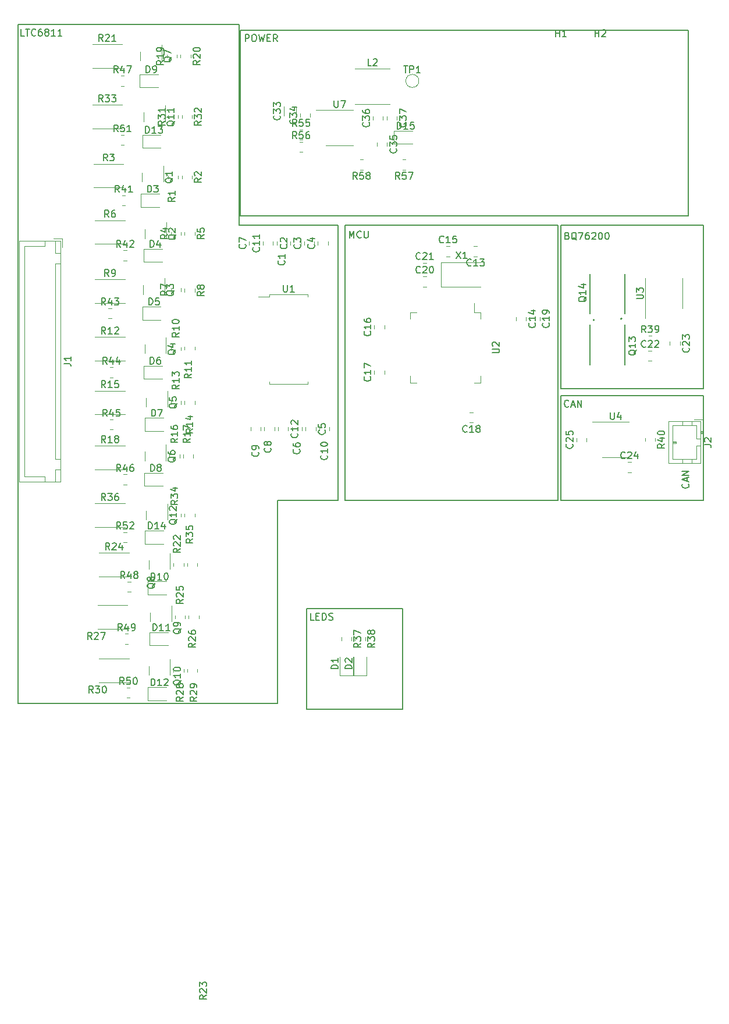
<source format=gbr>
%TF.GenerationSoftware,KiCad,Pcbnew,6.0.5*%
%TF.CreationDate,2022-07-05T14:34:21+02:00*%
%TF.ProjectId,Flux_BMS,466c7578-5f42-44d5-932e-6b696361645f,rev?*%
%TF.SameCoordinates,Original*%
%TF.FileFunction,Legend,Top*%
%TF.FilePolarity,Positive*%
%FSLAX46Y46*%
G04 Gerber Fmt 4.6, Leading zero omitted, Abs format (unit mm)*
G04 Created by KiCad (PCBNEW 6.0.5) date 2022-07-05 14:34:21*
%MOMM*%
%LPD*%
G01*
G04 APERTURE LIST*
%ADD10C,0.150000*%
%ADD11C,0.120000*%
%ADD12C,0.127000*%
%ADD13C,0.200000*%
G04 APERTURE END LIST*
D10*
X107600000Y-51200000D02*
X172800000Y-51200000D01*
X172800000Y-51200000D02*
X172800000Y-78200000D01*
X172800000Y-78200000D02*
X107600000Y-78200000D01*
X107600000Y-78200000D02*
X107600000Y-51200000D01*
X107400000Y-79600000D02*
X121800000Y-79600000D01*
X121800000Y-119600000D01*
X113000000Y-119600000D01*
X113000000Y-149200000D01*
X75200000Y-149200000D01*
X75200000Y-50400000D01*
X107400000Y-50400000D01*
X107400000Y-79600000D01*
X175000000Y-103400000D02*
X154200000Y-103400000D01*
X154200000Y-103400000D02*
X154200000Y-79600000D01*
X154200000Y-79600000D02*
X175000000Y-79600000D01*
X175000000Y-79600000D02*
X175000000Y-103400000D01*
X154200000Y-104400000D02*
X175000000Y-104400000D01*
X175000000Y-104400000D02*
X175000000Y-119600000D01*
X175000000Y-119600000D02*
X154200000Y-119600000D01*
X154200000Y-119600000D02*
X154200000Y-104400000D01*
X122800000Y-79600000D02*
X153800000Y-79600000D01*
X153800000Y-79600000D02*
X153800000Y-119600000D01*
X153800000Y-119600000D02*
X122800000Y-119600000D01*
X122800000Y-119600000D02*
X122800000Y-79600000D01*
X117200000Y-135400000D02*
X131200000Y-135400000D01*
X131200000Y-135400000D02*
X131200000Y-150000000D01*
X131200000Y-150000000D02*
X117200000Y-150000000D01*
X117200000Y-150000000D02*
X117200000Y-135400000D01*
X155357142Y-105957142D02*
X155309523Y-106004761D01*
X155166666Y-106052380D01*
X155071428Y-106052380D01*
X154928571Y-106004761D01*
X154833333Y-105909523D01*
X154785714Y-105814285D01*
X154738095Y-105623809D01*
X154738095Y-105480952D01*
X154785714Y-105290476D01*
X154833333Y-105195238D01*
X154928571Y-105100000D01*
X155071428Y-105052380D01*
X155166666Y-105052380D01*
X155309523Y-105100000D01*
X155357142Y-105147619D01*
X155738095Y-105766666D02*
X156214285Y-105766666D01*
X155642857Y-106052380D02*
X155976190Y-105052380D01*
X156309523Y-106052380D01*
X156642857Y-106052380D02*
X156642857Y-105052380D01*
X157214285Y-106052380D01*
X157214285Y-105052380D01*
X123442857Y-81452380D02*
X123442857Y-80452380D01*
X123776190Y-81166666D01*
X124109523Y-80452380D01*
X124109523Y-81452380D01*
X125157142Y-81357142D02*
X125109523Y-81404761D01*
X124966666Y-81452380D01*
X124871428Y-81452380D01*
X124728571Y-81404761D01*
X124633333Y-81309523D01*
X124585714Y-81214285D01*
X124538095Y-81023809D01*
X124538095Y-80880952D01*
X124585714Y-80690476D01*
X124633333Y-80595238D01*
X124728571Y-80500000D01*
X124871428Y-80452380D01*
X124966666Y-80452380D01*
X125109523Y-80500000D01*
X125157142Y-80547619D01*
X125585714Y-80452380D02*
X125585714Y-81261904D01*
X125633333Y-81357142D01*
X125680952Y-81404761D01*
X125776190Y-81452380D01*
X125966666Y-81452380D01*
X126061904Y-81404761D01*
X126109523Y-81357142D01*
X126157142Y-81261904D01*
X126157142Y-80452380D01*
X155166666Y-81128571D02*
X155309523Y-81176190D01*
X155357142Y-81223809D01*
X155404761Y-81319047D01*
X155404761Y-81461904D01*
X155357142Y-81557142D01*
X155309523Y-81604761D01*
X155214285Y-81652380D01*
X154833333Y-81652380D01*
X154833333Y-80652380D01*
X155166666Y-80652380D01*
X155261904Y-80700000D01*
X155309523Y-80747619D01*
X155357142Y-80842857D01*
X155357142Y-80938095D01*
X155309523Y-81033333D01*
X155261904Y-81080952D01*
X155166666Y-81128571D01*
X154833333Y-81128571D01*
X156500000Y-81747619D02*
X156404761Y-81700000D01*
X156309523Y-81604761D01*
X156166666Y-81461904D01*
X156071428Y-81414285D01*
X155976190Y-81414285D01*
X156023809Y-81652380D02*
X155928571Y-81604761D01*
X155833333Y-81509523D01*
X155785714Y-81319047D01*
X155785714Y-80985714D01*
X155833333Y-80795238D01*
X155928571Y-80700000D01*
X156023809Y-80652380D01*
X156214285Y-80652380D01*
X156309523Y-80700000D01*
X156404761Y-80795238D01*
X156452380Y-80985714D01*
X156452380Y-81319047D01*
X156404761Y-81509523D01*
X156309523Y-81604761D01*
X156214285Y-81652380D01*
X156023809Y-81652380D01*
X156785714Y-80652380D02*
X157452380Y-80652380D01*
X157023809Y-81652380D01*
X158261904Y-80652380D02*
X158071428Y-80652380D01*
X157976190Y-80700000D01*
X157928571Y-80747619D01*
X157833333Y-80890476D01*
X157785714Y-81080952D01*
X157785714Y-81461904D01*
X157833333Y-81557142D01*
X157880952Y-81604761D01*
X157976190Y-81652380D01*
X158166666Y-81652380D01*
X158261904Y-81604761D01*
X158309523Y-81557142D01*
X158357142Y-81461904D01*
X158357142Y-81223809D01*
X158309523Y-81128571D01*
X158261904Y-81080952D01*
X158166666Y-81033333D01*
X157976190Y-81033333D01*
X157880952Y-81080952D01*
X157833333Y-81128571D01*
X157785714Y-81223809D01*
X158738095Y-80747619D02*
X158785714Y-80700000D01*
X158880952Y-80652380D01*
X159119047Y-80652380D01*
X159214285Y-80700000D01*
X159261904Y-80747619D01*
X159309523Y-80842857D01*
X159309523Y-80938095D01*
X159261904Y-81080952D01*
X158690476Y-81652380D01*
X159309523Y-81652380D01*
X159928571Y-80652380D02*
X160023809Y-80652380D01*
X160119047Y-80700000D01*
X160166666Y-80747619D01*
X160214285Y-80842857D01*
X160261904Y-81033333D01*
X160261904Y-81271428D01*
X160214285Y-81461904D01*
X160166666Y-81557142D01*
X160119047Y-81604761D01*
X160023809Y-81652380D01*
X159928571Y-81652380D01*
X159833333Y-81604761D01*
X159785714Y-81557142D01*
X159738095Y-81461904D01*
X159690476Y-81271428D01*
X159690476Y-81033333D01*
X159738095Y-80842857D01*
X159785714Y-80747619D01*
X159833333Y-80700000D01*
X159928571Y-80652380D01*
X160880952Y-80652380D02*
X160976190Y-80652380D01*
X161071428Y-80700000D01*
X161119047Y-80747619D01*
X161166666Y-80842857D01*
X161214285Y-81033333D01*
X161214285Y-81271428D01*
X161166666Y-81461904D01*
X161119047Y-81557142D01*
X161071428Y-81604761D01*
X160976190Y-81652380D01*
X160880952Y-81652380D01*
X160785714Y-81604761D01*
X160738095Y-81557142D01*
X160690476Y-81461904D01*
X160642857Y-81271428D01*
X160642857Y-81033333D01*
X160690476Y-80842857D01*
X160738095Y-80747619D01*
X160785714Y-80700000D01*
X160880952Y-80652380D01*
X108290476Y-52852380D02*
X108290476Y-51852380D01*
X108671428Y-51852380D01*
X108766666Y-51900000D01*
X108814285Y-51947619D01*
X108861904Y-52042857D01*
X108861904Y-52185714D01*
X108814285Y-52280952D01*
X108766666Y-52328571D01*
X108671428Y-52376190D01*
X108290476Y-52376190D01*
X109480952Y-51852380D02*
X109671428Y-51852380D01*
X109766666Y-51900000D01*
X109861904Y-51995238D01*
X109909523Y-52185714D01*
X109909523Y-52519047D01*
X109861904Y-52709523D01*
X109766666Y-52804761D01*
X109671428Y-52852380D01*
X109480952Y-52852380D01*
X109385714Y-52804761D01*
X109290476Y-52709523D01*
X109242857Y-52519047D01*
X109242857Y-52185714D01*
X109290476Y-51995238D01*
X109385714Y-51900000D01*
X109480952Y-51852380D01*
X110242857Y-51852380D02*
X110480952Y-52852380D01*
X110671428Y-52138095D01*
X110861904Y-52852380D01*
X111100000Y-51852380D01*
X111480952Y-52328571D02*
X111814285Y-52328571D01*
X111957142Y-52852380D02*
X111480952Y-52852380D01*
X111480952Y-51852380D01*
X111957142Y-51852380D01*
X112957142Y-52852380D02*
X112623809Y-52376190D01*
X112385714Y-52852380D02*
X112385714Y-51852380D01*
X112766666Y-51852380D01*
X112861904Y-51900000D01*
X112909523Y-51947619D01*
X112957142Y-52042857D01*
X112957142Y-52185714D01*
X112909523Y-52280952D01*
X112861904Y-52328571D01*
X112766666Y-52376190D01*
X112385714Y-52376190D01*
X118280952Y-137052380D02*
X117804761Y-137052380D01*
X117804761Y-136052380D01*
X118614285Y-136528571D02*
X118947619Y-136528571D01*
X119090476Y-137052380D02*
X118614285Y-137052380D01*
X118614285Y-136052380D01*
X119090476Y-136052380D01*
X119519047Y-137052380D02*
X119519047Y-136052380D01*
X119757142Y-136052380D01*
X119900000Y-136100000D01*
X119995238Y-136195238D01*
X120042857Y-136290476D01*
X120090476Y-136480952D01*
X120090476Y-136623809D01*
X120042857Y-136814285D01*
X119995238Y-136909523D01*
X119900000Y-137004761D01*
X119757142Y-137052380D01*
X119519047Y-137052380D01*
X120471428Y-137004761D02*
X120614285Y-137052380D01*
X120852380Y-137052380D01*
X120947619Y-137004761D01*
X120995238Y-136957142D01*
X121042857Y-136861904D01*
X121042857Y-136766666D01*
X120995238Y-136671428D01*
X120947619Y-136623809D01*
X120852380Y-136576190D01*
X120661904Y-136528571D01*
X120566666Y-136480952D01*
X120519047Y-136433333D01*
X120471428Y-136338095D01*
X120471428Y-136242857D01*
X120519047Y-136147619D01*
X120566666Y-136100000D01*
X120661904Y-136052380D01*
X120900000Y-136052380D01*
X121042857Y-136100000D01*
X76123809Y-52052380D02*
X75647619Y-52052380D01*
X75647619Y-51052380D01*
X76314285Y-51052380D02*
X76885714Y-51052380D01*
X76600000Y-52052380D02*
X76600000Y-51052380D01*
X77790476Y-51957142D02*
X77742857Y-52004761D01*
X77600000Y-52052380D01*
X77504761Y-52052380D01*
X77361904Y-52004761D01*
X77266666Y-51909523D01*
X77219047Y-51814285D01*
X77171428Y-51623809D01*
X77171428Y-51480952D01*
X77219047Y-51290476D01*
X77266666Y-51195238D01*
X77361904Y-51100000D01*
X77504761Y-51052380D01*
X77600000Y-51052380D01*
X77742857Y-51100000D01*
X77790476Y-51147619D01*
X78647619Y-51052380D02*
X78457142Y-51052380D01*
X78361904Y-51100000D01*
X78314285Y-51147619D01*
X78219047Y-51290476D01*
X78171428Y-51480952D01*
X78171428Y-51861904D01*
X78219047Y-51957142D01*
X78266666Y-52004761D01*
X78361904Y-52052380D01*
X78552380Y-52052380D01*
X78647619Y-52004761D01*
X78695238Y-51957142D01*
X78742857Y-51861904D01*
X78742857Y-51623809D01*
X78695238Y-51528571D01*
X78647619Y-51480952D01*
X78552380Y-51433333D01*
X78361904Y-51433333D01*
X78266666Y-51480952D01*
X78219047Y-51528571D01*
X78171428Y-51623809D01*
X79314285Y-51480952D02*
X79219047Y-51433333D01*
X79171428Y-51385714D01*
X79123809Y-51290476D01*
X79123809Y-51242857D01*
X79171428Y-51147619D01*
X79219047Y-51100000D01*
X79314285Y-51052380D01*
X79504761Y-51052380D01*
X79600000Y-51100000D01*
X79647619Y-51147619D01*
X79695238Y-51242857D01*
X79695238Y-51290476D01*
X79647619Y-51385714D01*
X79600000Y-51433333D01*
X79504761Y-51480952D01*
X79314285Y-51480952D01*
X79219047Y-51528571D01*
X79171428Y-51576190D01*
X79123809Y-51671428D01*
X79123809Y-51861904D01*
X79171428Y-51957142D01*
X79219047Y-52004761D01*
X79314285Y-52052380D01*
X79504761Y-52052380D01*
X79600000Y-52004761D01*
X79647619Y-51957142D01*
X79695238Y-51861904D01*
X79695238Y-51671428D01*
X79647619Y-51576190D01*
X79600000Y-51528571D01*
X79504761Y-51480952D01*
X80647619Y-52052380D02*
X80076190Y-52052380D01*
X80361904Y-52052380D02*
X80361904Y-51052380D01*
X80266666Y-51195238D01*
X80171428Y-51290476D01*
X80076190Y-51338095D01*
X81600000Y-52052380D02*
X81028571Y-52052380D01*
X81314285Y-52052380D02*
X81314285Y-51052380D01*
X81219047Y-51195238D01*
X81123809Y-51290476D01*
X81028571Y-51338095D01*
%TO.C,TP1*%
X131338095Y-56404380D02*
X131909523Y-56404380D01*
X131623809Y-57404380D02*
X131623809Y-56404380D01*
X132242857Y-57404380D02*
X132242857Y-56404380D01*
X132623809Y-56404380D01*
X132719047Y-56452000D01*
X132766666Y-56499619D01*
X132814285Y-56594857D01*
X132814285Y-56737714D01*
X132766666Y-56832952D01*
X132719047Y-56880571D01*
X132623809Y-56928190D01*
X132242857Y-56928190D01*
X133766666Y-57404380D02*
X133195238Y-57404380D01*
X133480952Y-57404380D02*
X133480952Y-56404380D01*
X133385714Y-56547238D01*
X133290476Y-56642476D01*
X133195238Y-56690095D01*
%TO.C,R20*%
X101702380Y-55642857D02*
X101226190Y-55976190D01*
X101702380Y-56214285D02*
X100702380Y-56214285D01*
X100702380Y-55833333D01*
X100750000Y-55738095D01*
X100797619Y-55690476D01*
X100892857Y-55642857D01*
X101035714Y-55642857D01*
X101130952Y-55690476D01*
X101178571Y-55738095D01*
X101226190Y-55833333D01*
X101226190Y-56214285D01*
X100797619Y-55261904D02*
X100750000Y-55214285D01*
X100702380Y-55119047D01*
X100702380Y-54880952D01*
X100750000Y-54785714D01*
X100797619Y-54738095D01*
X100892857Y-54690476D01*
X100988095Y-54690476D01*
X101130952Y-54738095D01*
X101702380Y-55309523D01*
X101702380Y-54690476D01*
X100702380Y-54071428D02*
X100702380Y-53976190D01*
X100750000Y-53880952D01*
X100797619Y-53833333D01*
X100892857Y-53785714D01*
X101083333Y-53738095D01*
X101321428Y-53738095D01*
X101511904Y-53785714D01*
X101607142Y-53833333D01*
X101654761Y-53880952D01*
X101702380Y-53976190D01*
X101702380Y-54071428D01*
X101654761Y-54166666D01*
X101607142Y-54214285D01*
X101511904Y-54261904D01*
X101321428Y-54309523D01*
X101083333Y-54309523D01*
X100892857Y-54261904D01*
X100797619Y-54214285D01*
X100750000Y-54166666D01*
X100702380Y-54071428D01*
%TO.C,R3*%
X88233333Y-70232380D02*
X87900000Y-69756190D01*
X87661904Y-70232380D02*
X87661904Y-69232380D01*
X88042857Y-69232380D01*
X88138095Y-69280000D01*
X88185714Y-69327619D01*
X88233333Y-69422857D01*
X88233333Y-69565714D01*
X88185714Y-69660952D01*
X88138095Y-69708571D01*
X88042857Y-69756190D01*
X87661904Y-69756190D01*
X88566666Y-69232380D02*
X89185714Y-69232380D01*
X88852380Y-69613333D01*
X88995238Y-69613333D01*
X89090476Y-69660952D01*
X89138095Y-69708571D01*
X89185714Y-69803809D01*
X89185714Y-70041904D01*
X89138095Y-70137142D01*
X89090476Y-70184761D01*
X88995238Y-70232380D01*
X88709523Y-70232380D01*
X88614285Y-70184761D01*
X88566666Y-70137142D01*
%TO.C,U7*%
X121238095Y-61452380D02*
X121238095Y-62261904D01*
X121285714Y-62357142D01*
X121333333Y-62404761D01*
X121428571Y-62452380D01*
X121619047Y-62452380D01*
X121714285Y-62404761D01*
X121761904Y-62357142D01*
X121809523Y-62261904D01*
X121809523Y-61452380D01*
X122190476Y-61452380D02*
X122857142Y-61452380D01*
X122428571Y-62452380D01*
%TO.C,D2*%
X123802380Y-144138095D02*
X122802380Y-144138095D01*
X122802380Y-143900000D01*
X122850000Y-143757142D01*
X122945238Y-143661904D01*
X123040476Y-143614285D01*
X123230952Y-143566666D01*
X123373809Y-143566666D01*
X123564285Y-143614285D01*
X123659523Y-143661904D01*
X123754761Y-143757142D01*
X123802380Y-143900000D01*
X123802380Y-144138095D01*
X122897619Y-143185714D02*
X122850000Y-143138095D01*
X122802380Y-143042857D01*
X122802380Y-142804761D01*
X122850000Y-142709523D01*
X122897619Y-142661904D01*
X122992857Y-142614285D01*
X123088095Y-142614285D01*
X123230952Y-142661904D01*
X123802380Y-143233333D01*
X123802380Y-142614285D01*
%TO.C,H2*%
X159188095Y-52152380D02*
X159188095Y-51152380D01*
X159188095Y-51628571D02*
X159759523Y-51628571D01*
X159759523Y-52152380D02*
X159759523Y-51152380D01*
X160188095Y-51247619D02*
X160235714Y-51200000D01*
X160330952Y-51152380D01*
X160569047Y-51152380D01*
X160664285Y-51200000D01*
X160711904Y-51247619D01*
X160759523Y-51342857D01*
X160759523Y-51438095D01*
X160711904Y-51580952D01*
X160140476Y-52152380D01*
X160759523Y-52152380D01*
%TO.C,C33*%
X113307142Y-63642857D02*
X113354761Y-63690476D01*
X113402380Y-63833333D01*
X113402380Y-63928571D01*
X113354761Y-64071428D01*
X113259523Y-64166666D01*
X113164285Y-64214285D01*
X112973809Y-64261904D01*
X112830952Y-64261904D01*
X112640476Y-64214285D01*
X112545238Y-64166666D01*
X112450000Y-64071428D01*
X112402380Y-63928571D01*
X112402380Y-63833333D01*
X112450000Y-63690476D01*
X112497619Y-63642857D01*
X112402380Y-63309523D02*
X112402380Y-62690476D01*
X112783333Y-63023809D01*
X112783333Y-62880952D01*
X112830952Y-62785714D01*
X112878571Y-62738095D01*
X112973809Y-62690476D01*
X113211904Y-62690476D01*
X113307142Y-62738095D01*
X113354761Y-62785714D01*
X113402380Y-62880952D01*
X113402380Y-63166666D01*
X113354761Y-63261904D01*
X113307142Y-63309523D01*
X112402380Y-62357142D02*
X112402380Y-61738095D01*
X112783333Y-62071428D01*
X112783333Y-61928571D01*
X112830952Y-61833333D01*
X112878571Y-61785714D01*
X112973809Y-61738095D01*
X113211904Y-61738095D01*
X113307142Y-61785714D01*
X113354761Y-61833333D01*
X113402380Y-61928571D01*
X113402380Y-62214285D01*
X113354761Y-62309523D01*
X113307142Y-62357142D01*
%TO.C,C15*%
X137157142Y-82077142D02*
X137109523Y-82124761D01*
X136966666Y-82172380D01*
X136871428Y-82172380D01*
X136728571Y-82124761D01*
X136633333Y-82029523D01*
X136585714Y-81934285D01*
X136538095Y-81743809D01*
X136538095Y-81600952D01*
X136585714Y-81410476D01*
X136633333Y-81315238D01*
X136728571Y-81220000D01*
X136871428Y-81172380D01*
X136966666Y-81172380D01*
X137109523Y-81220000D01*
X137157142Y-81267619D01*
X138109523Y-82172380D02*
X137538095Y-82172380D01*
X137823809Y-82172380D02*
X137823809Y-81172380D01*
X137728571Y-81315238D01*
X137633333Y-81410476D01*
X137538095Y-81458095D01*
X139014285Y-81172380D02*
X138538095Y-81172380D01*
X138490476Y-81648571D01*
X138538095Y-81600952D01*
X138633333Y-81553333D01*
X138871428Y-81553333D01*
X138966666Y-81600952D01*
X139014285Y-81648571D01*
X139061904Y-81743809D01*
X139061904Y-81981904D01*
X139014285Y-82077142D01*
X138966666Y-82124761D01*
X138871428Y-82172380D01*
X138633333Y-82172380D01*
X138538095Y-82124761D01*
X138490476Y-82077142D01*
%TO.C,J1*%
X81927380Y-99733333D02*
X82641666Y-99733333D01*
X82784523Y-99780952D01*
X82879761Y-99876190D01*
X82927380Y-100019047D01*
X82927380Y-100114285D01*
X82927380Y-98733333D02*
X82927380Y-99304761D01*
X82927380Y-99019047D02*
X81927380Y-99019047D01*
X82070238Y-99114285D01*
X82165476Y-99209523D01*
X82213095Y-99304761D01*
%TO.C,R42*%
X90157142Y-82802380D02*
X89823809Y-82326190D01*
X89585714Y-82802380D02*
X89585714Y-81802380D01*
X89966666Y-81802380D01*
X90061904Y-81850000D01*
X90109523Y-81897619D01*
X90157142Y-81992857D01*
X90157142Y-82135714D01*
X90109523Y-82230952D01*
X90061904Y-82278571D01*
X89966666Y-82326190D01*
X89585714Y-82326190D01*
X91014285Y-82135714D02*
X91014285Y-82802380D01*
X90776190Y-81754761D02*
X90538095Y-82469047D01*
X91157142Y-82469047D01*
X91490476Y-81897619D02*
X91538095Y-81850000D01*
X91633333Y-81802380D01*
X91871428Y-81802380D01*
X91966666Y-81850000D01*
X92014285Y-81897619D01*
X92061904Y-81992857D01*
X92061904Y-82088095D01*
X92014285Y-82230952D01*
X91442857Y-82802380D01*
X92061904Y-82802380D01*
%TO.C,R35*%
X100652380Y-125242857D02*
X100176190Y-125576190D01*
X100652380Y-125814285D02*
X99652380Y-125814285D01*
X99652380Y-125433333D01*
X99700000Y-125338095D01*
X99747619Y-125290476D01*
X99842857Y-125242857D01*
X99985714Y-125242857D01*
X100080952Y-125290476D01*
X100128571Y-125338095D01*
X100176190Y-125433333D01*
X100176190Y-125814285D01*
X99652380Y-124909523D02*
X99652380Y-124290476D01*
X100033333Y-124623809D01*
X100033333Y-124480952D01*
X100080952Y-124385714D01*
X100128571Y-124338095D01*
X100223809Y-124290476D01*
X100461904Y-124290476D01*
X100557142Y-124338095D01*
X100604761Y-124385714D01*
X100652380Y-124480952D01*
X100652380Y-124766666D01*
X100604761Y-124861904D01*
X100557142Y-124909523D01*
X99652380Y-123385714D02*
X99652380Y-123861904D01*
X100128571Y-123909523D01*
X100080952Y-123861904D01*
X100033333Y-123766666D01*
X100033333Y-123528571D01*
X100080952Y-123433333D01*
X100128571Y-123385714D01*
X100223809Y-123338095D01*
X100461904Y-123338095D01*
X100557142Y-123385714D01*
X100604761Y-123433333D01*
X100652380Y-123528571D01*
X100652380Y-123766666D01*
X100604761Y-123861904D01*
X100557142Y-123909523D01*
%TO.C,R51*%
X89757142Y-66002380D02*
X89423809Y-65526190D01*
X89185714Y-66002380D02*
X89185714Y-65002380D01*
X89566666Y-65002380D01*
X89661904Y-65050000D01*
X89709523Y-65097619D01*
X89757142Y-65192857D01*
X89757142Y-65335714D01*
X89709523Y-65430952D01*
X89661904Y-65478571D01*
X89566666Y-65526190D01*
X89185714Y-65526190D01*
X90661904Y-65002380D02*
X90185714Y-65002380D01*
X90138095Y-65478571D01*
X90185714Y-65430952D01*
X90280952Y-65383333D01*
X90519047Y-65383333D01*
X90614285Y-65430952D01*
X90661904Y-65478571D01*
X90709523Y-65573809D01*
X90709523Y-65811904D01*
X90661904Y-65907142D01*
X90614285Y-65954761D01*
X90519047Y-66002380D01*
X90280952Y-66002380D01*
X90185714Y-65954761D01*
X90138095Y-65907142D01*
X91661904Y-66002380D02*
X91090476Y-66002380D01*
X91376190Y-66002380D02*
X91376190Y-65002380D01*
X91280952Y-65145238D01*
X91185714Y-65240476D01*
X91090476Y-65288095D01*
%TO.C,R2*%
X101902380Y-72766666D02*
X101426190Y-73100000D01*
X101902380Y-73338095D02*
X100902380Y-73338095D01*
X100902380Y-72957142D01*
X100950000Y-72861904D01*
X100997619Y-72814285D01*
X101092857Y-72766666D01*
X101235714Y-72766666D01*
X101330952Y-72814285D01*
X101378571Y-72861904D01*
X101426190Y-72957142D01*
X101426190Y-73338095D01*
X100997619Y-72385714D02*
X100950000Y-72338095D01*
X100902380Y-72242857D01*
X100902380Y-72004761D01*
X100950000Y-71909523D01*
X100997619Y-71861904D01*
X101092857Y-71814285D01*
X101188095Y-71814285D01*
X101330952Y-71861904D01*
X101902380Y-72433333D01*
X101902380Y-71814285D01*
%TO.C,H1*%
X153438095Y-52152380D02*
X153438095Y-51152380D01*
X153438095Y-51628571D02*
X154009523Y-51628571D01*
X154009523Y-52152380D02*
X154009523Y-51152380D01*
X155009523Y-52152380D02*
X154438095Y-52152380D01*
X154723809Y-52152380D02*
X154723809Y-51152380D01*
X154628571Y-51295238D01*
X154533333Y-51390476D01*
X154438095Y-51438095D01*
%TO.C,R32*%
X101902380Y-64442857D02*
X101426190Y-64776190D01*
X101902380Y-65014285D02*
X100902380Y-65014285D01*
X100902380Y-64633333D01*
X100950000Y-64538095D01*
X100997619Y-64490476D01*
X101092857Y-64442857D01*
X101235714Y-64442857D01*
X101330952Y-64490476D01*
X101378571Y-64538095D01*
X101426190Y-64633333D01*
X101426190Y-65014285D01*
X100902380Y-64109523D02*
X100902380Y-63490476D01*
X101283333Y-63823809D01*
X101283333Y-63680952D01*
X101330952Y-63585714D01*
X101378571Y-63538095D01*
X101473809Y-63490476D01*
X101711904Y-63490476D01*
X101807142Y-63538095D01*
X101854761Y-63585714D01*
X101902380Y-63680952D01*
X101902380Y-63966666D01*
X101854761Y-64061904D01*
X101807142Y-64109523D01*
X100997619Y-63109523D02*
X100950000Y-63061904D01*
X100902380Y-62966666D01*
X100902380Y-62728571D01*
X100950000Y-62633333D01*
X100997619Y-62585714D01*
X101092857Y-62538095D01*
X101188095Y-62538095D01*
X101330952Y-62585714D01*
X101902380Y-63157142D01*
X101902380Y-62538095D01*
%TO.C,R14*%
X100652380Y-109242857D02*
X100176190Y-109576190D01*
X100652380Y-109814285D02*
X99652380Y-109814285D01*
X99652380Y-109433333D01*
X99700000Y-109338095D01*
X99747619Y-109290476D01*
X99842857Y-109242857D01*
X99985714Y-109242857D01*
X100080952Y-109290476D01*
X100128571Y-109338095D01*
X100176190Y-109433333D01*
X100176190Y-109814285D01*
X100652380Y-108290476D02*
X100652380Y-108861904D01*
X100652380Y-108576190D02*
X99652380Y-108576190D01*
X99795238Y-108671428D01*
X99890476Y-108766666D01*
X99938095Y-108861904D01*
X99985714Y-107433333D02*
X100652380Y-107433333D01*
X99604761Y-107671428D02*
X100319047Y-107909523D01*
X100319047Y-107290476D01*
%TO.C,R33*%
X87557142Y-61632380D02*
X87223809Y-61156190D01*
X86985714Y-61632380D02*
X86985714Y-60632380D01*
X87366666Y-60632380D01*
X87461904Y-60680000D01*
X87509523Y-60727619D01*
X87557142Y-60822857D01*
X87557142Y-60965714D01*
X87509523Y-61060952D01*
X87461904Y-61108571D01*
X87366666Y-61156190D01*
X86985714Y-61156190D01*
X87890476Y-60632380D02*
X88509523Y-60632380D01*
X88176190Y-61013333D01*
X88319047Y-61013333D01*
X88414285Y-61060952D01*
X88461904Y-61108571D01*
X88509523Y-61203809D01*
X88509523Y-61441904D01*
X88461904Y-61537142D01*
X88414285Y-61584761D01*
X88319047Y-61632380D01*
X88033333Y-61632380D01*
X87938095Y-61584761D01*
X87890476Y-61537142D01*
X88842857Y-60632380D02*
X89461904Y-60632380D01*
X89128571Y-61013333D01*
X89271428Y-61013333D01*
X89366666Y-61060952D01*
X89414285Y-61108571D01*
X89461904Y-61203809D01*
X89461904Y-61441904D01*
X89414285Y-61537142D01*
X89366666Y-61584761D01*
X89271428Y-61632380D01*
X88985714Y-61632380D01*
X88890476Y-61584761D01*
X88842857Y-61537142D01*
%TO.C,Q7*%
X97547619Y-55095238D02*
X97500000Y-55190476D01*
X97404761Y-55285714D01*
X97261904Y-55428571D01*
X97214285Y-55523809D01*
X97214285Y-55619047D01*
X97452380Y-55571428D02*
X97404761Y-55666666D01*
X97309523Y-55761904D01*
X97119047Y-55809523D01*
X96785714Y-55809523D01*
X96595238Y-55761904D01*
X96500000Y-55666666D01*
X96452380Y-55571428D01*
X96452380Y-55380952D01*
X96500000Y-55285714D01*
X96595238Y-55190476D01*
X96785714Y-55142857D01*
X97119047Y-55142857D01*
X97309523Y-55190476D01*
X97404761Y-55285714D01*
X97452380Y-55380952D01*
X97452380Y-55571428D01*
X96452380Y-54809523D02*
X96452380Y-54142857D01*
X97452380Y-54571428D01*
%TO.C,D3*%
X94061904Y-74802380D02*
X94061904Y-73802380D01*
X94300000Y-73802380D01*
X94442857Y-73850000D01*
X94538095Y-73945238D01*
X94585714Y-74040476D01*
X94633333Y-74230952D01*
X94633333Y-74373809D01*
X94585714Y-74564285D01*
X94538095Y-74659523D01*
X94442857Y-74754761D01*
X94300000Y-74802380D01*
X94061904Y-74802380D01*
X94966666Y-73802380D02*
X95585714Y-73802380D01*
X95252380Y-74183333D01*
X95395238Y-74183333D01*
X95490476Y-74230952D01*
X95538095Y-74278571D01*
X95585714Y-74373809D01*
X95585714Y-74611904D01*
X95538095Y-74707142D01*
X95490476Y-74754761D01*
X95395238Y-74802380D01*
X95109523Y-74802380D01*
X95014285Y-74754761D01*
X94966666Y-74707142D01*
%TO.C,Q14*%
X157912619Y-89996428D02*
X157865000Y-90091666D01*
X157769761Y-90186904D01*
X157626904Y-90329761D01*
X157579285Y-90425000D01*
X157579285Y-90520238D01*
X157817380Y-90472619D02*
X157769761Y-90567857D01*
X157674523Y-90663095D01*
X157484047Y-90710714D01*
X157150714Y-90710714D01*
X156960238Y-90663095D01*
X156865000Y-90567857D01*
X156817380Y-90472619D01*
X156817380Y-90282142D01*
X156865000Y-90186904D01*
X156960238Y-90091666D01*
X157150714Y-90044047D01*
X157484047Y-90044047D01*
X157674523Y-90091666D01*
X157769761Y-90186904D01*
X157817380Y-90282142D01*
X157817380Y-90472619D01*
X157817380Y-89091666D02*
X157817380Y-89663095D01*
X157817380Y-89377380D02*
X156817380Y-89377380D01*
X156960238Y-89472619D01*
X157055476Y-89567857D01*
X157103095Y-89663095D01*
X157150714Y-88234523D02*
X157817380Y-88234523D01*
X156769761Y-88472619D02*
X157484047Y-88710714D01*
X157484047Y-88091666D01*
%TO.C,C4*%
X118277142Y-82366666D02*
X118324761Y-82414285D01*
X118372380Y-82557142D01*
X118372380Y-82652380D01*
X118324761Y-82795238D01*
X118229523Y-82890476D01*
X118134285Y-82938095D01*
X117943809Y-82985714D01*
X117800952Y-82985714D01*
X117610476Y-82938095D01*
X117515238Y-82890476D01*
X117420000Y-82795238D01*
X117372380Y-82652380D01*
X117372380Y-82557142D01*
X117420000Y-82414285D01*
X117467619Y-82366666D01*
X117705714Y-81509523D02*
X118372380Y-81509523D01*
X117324761Y-81747619D02*
X118039047Y-81985714D01*
X118039047Y-81366666D01*
%TO.C,C24*%
X163557142Y-113477142D02*
X163509523Y-113524761D01*
X163366666Y-113572380D01*
X163271428Y-113572380D01*
X163128571Y-113524761D01*
X163033333Y-113429523D01*
X162985714Y-113334285D01*
X162938095Y-113143809D01*
X162938095Y-113000952D01*
X162985714Y-112810476D01*
X163033333Y-112715238D01*
X163128571Y-112620000D01*
X163271428Y-112572380D01*
X163366666Y-112572380D01*
X163509523Y-112620000D01*
X163557142Y-112667619D01*
X163938095Y-112667619D02*
X163985714Y-112620000D01*
X164080952Y-112572380D01*
X164319047Y-112572380D01*
X164414285Y-112620000D01*
X164461904Y-112667619D01*
X164509523Y-112762857D01*
X164509523Y-112858095D01*
X164461904Y-113000952D01*
X163890476Y-113572380D01*
X164509523Y-113572380D01*
X165366666Y-112905714D02*
X165366666Y-113572380D01*
X165128571Y-112524761D02*
X164890476Y-113239047D01*
X165509523Y-113239047D01*
%TO.C,Q12*%
X98347619Y-122371428D02*
X98300000Y-122466666D01*
X98204761Y-122561904D01*
X98061904Y-122704761D01*
X98014285Y-122800000D01*
X98014285Y-122895238D01*
X98252380Y-122847619D02*
X98204761Y-122942857D01*
X98109523Y-123038095D01*
X97919047Y-123085714D01*
X97585714Y-123085714D01*
X97395238Y-123038095D01*
X97300000Y-122942857D01*
X97252380Y-122847619D01*
X97252380Y-122657142D01*
X97300000Y-122561904D01*
X97395238Y-122466666D01*
X97585714Y-122419047D01*
X97919047Y-122419047D01*
X98109523Y-122466666D01*
X98204761Y-122561904D01*
X98252380Y-122657142D01*
X98252380Y-122847619D01*
X98252380Y-121466666D02*
X98252380Y-122038095D01*
X98252380Y-121752380D02*
X97252380Y-121752380D01*
X97395238Y-121847619D01*
X97490476Y-121942857D01*
X97538095Y-122038095D01*
X97347619Y-121085714D02*
X97300000Y-121038095D01*
X97252380Y-120942857D01*
X97252380Y-120704761D01*
X97300000Y-120609523D01*
X97347619Y-120561904D01*
X97442857Y-120514285D01*
X97538095Y-120514285D01*
X97680952Y-120561904D01*
X98252380Y-121133333D01*
X98252380Y-120514285D01*
%TO.C,U4*%
X161438095Y-106852380D02*
X161438095Y-107661904D01*
X161485714Y-107757142D01*
X161533333Y-107804761D01*
X161628571Y-107852380D01*
X161819047Y-107852380D01*
X161914285Y-107804761D01*
X161961904Y-107757142D01*
X162009523Y-107661904D01*
X162009523Y-106852380D01*
X162914285Y-107185714D02*
X162914285Y-107852380D01*
X162676190Y-106804761D02*
X162438095Y-107519047D01*
X163057142Y-107519047D01*
%TO.C,Q5*%
X98347619Y-105495238D02*
X98300000Y-105590476D01*
X98204761Y-105685714D01*
X98061904Y-105828571D01*
X98014285Y-105923809D01*
X98014285Y-106019047D01*
X98252380Y-105971428D02*
X98204761Y-106066666D01*
X98109523Y-106161904D01*
X97919047Y-106209523D01*
X97585714Y-106209523D01*
X97395238Y-106161904D01*
X97300000Y-106066666D01*
X97252380Y-105971428D01*
X97252380Y-105780952D01*
X97300000Y-105685714D01*
X97395238Y-105590476D01*
X97585714Y-105542857D01*
X97919047Y-105542857D01*
X98109523Y-105590476D01*
X98204761Y-105685714D01*
X98252380Y-105780952D01*
X98252380Y-105971428D01*
X97252380Y-104638095D02*
X97252380Y-105114285D01*
X97728571Y-105161904D01*
X97680952Y-105114285D01*
X97633333Y-105019047D01*
X97633333Y-104780952D01*
X97680952Y-104685714D01*
X97728571Y-104638095D01*
X97823809Y-104590476D01*
X98061904Y-104590476D01*
X98157142Y-104638095D01*
X98204761Y-104685714D01*
X98252380Y-104780952D01*
X98252380Y-105019047D01*
X98204761Y-105114285D01*
X98157142Y-105161904D01*
%TO.C,R9*%
X88433333Y-87032380D02*
X88100000Y-86556190D01*
X87861904Y-87032380D02*
X87861904Y-86032380D01*
X88242857Y-86032380D01*
X88338095Y-86080000D01*
X88385714Y-86127619D01*
X88433333Y-86222857D01*
X88433333Y-86365714D01*
X88385714Y-86460952D01*
X88338095Y-86508571D01*
X88242857Y-86556190D01*
X87861904Y-86556190D01*
X88909523Y-87032380D02*
X89100000Y-87032380D01*
X89195238Y-86984761D01*
X89242857Y-86937142D01*
X89338095Y-86794285D01*
X89385714Y-86603809D01*
X89385714Y-86222857D01*
X89338095Y-86127619D01*
X89290476Y-86080000D01*
X89195238Y-86032380D01*
X89004761Y-86032380D01*
X88909523Y-86080000D01*
X88861904Y-86127619D01*
X88814285Y-86222857D01*
X88814285Y-86460952D01*
X88861904Y-86556190D01*
X88909523Y-86603809D01*
X89004761Y-86651428D01*
X89195238Y-86651428D01*
X89290476Y-86603809D01*
X89338095Y-86556190D01*
X89385714Y-86460952D01*
%TO.C,C20*%
X133757142Y-86477142D02*
X133709523Y-86524761D01*
X133566666Y-86572380D01*
X133471428Y-86572380D01*
X133328571Y-86524761D01*
X133233333Y-86429523D01*
X133185714Y-86334285D01*
X133138095Y-86143809D01*
X133138095Y-86000952D01*
X133185714Y-85810476D01*
X133233333Y-85715238D01*
X133328571Y-85620000D01*
X133471428Y-85572380D01*
X133566666Y-85572380D01*
X133709523Y-85620000D01*
X133757142Y-85667619D01*
X134138095Y-85667619D02*
X134185714Y-85620000D01*
X134280952Y-85572380D01*
X134519047Y-85572380D01*
X134614285Y-85620000D01*
X134661904Y-85667619D01*
X134709523Y-85762857D01*
X134709523Y-85858095D01*
X134661904Y-86000952D01*
X134090476Y-86572380D01*
X134709523Y-86572380D01*
X135328571Y-85572380D02*
X135423809Y-85572380D01*
X135519047Y-85620000D01*
X135566666Y-85667619D01*
X135614285Y-85762857D01*
X135661904Y-85953333D01*
X135661904Y-86191428D01*
X135614285Y-86381904D01*
X135566666Y-86477142D01*
X135519047Y-86524761D01*
X135423809Y-86572380D01*
X135328571Y-86572380D01*
X135233333Y-86524761D01*
X135185714Y-86477142D01*
X135138095Y-86381904D01*
X135090476Y-86191428D01*
X135090476Y-85953333D01*
X135138095Y-85762857D01*
X135185714Y-85667619D01*
X135233333Y-85620000D01*
X135328571Y-85572380D01*
%TO.C,C13*%
X141157142Y-85437142D02*
X141109523Y-85484761D01*
X140966666Y-85532380D01*
X140871428Y-85532380D01*
X140728571Y-85484761D01*
X140633333Y-85389523D01*
X140585714Y-85294285D01*
X140538095Y-85103809D01*
X140538095Y-84960952D01*
X140585714Y-84770476D01*
X140633333Y-84675238D01*
X140728571Y-84580000D01*
X140871428Y-84532380D01*
X140966666Y-84532380D01*
X141109523Y-84580000D01*
X141157142Y-84627619D01*
X142109523Y-85532380D02*
X141538095Y-85532380D01*
X141823809Y-85532380D02*
X141823809Y-84532380D01*
X141728571Y-84675238D01*
X141633333Y-84770476D01*
X141538095Y-84818095D01*
X142442857Y-84532380D02*
X143061904Y-84532380D01*
X142728571Y-84913333D01*
X142871428Y-84913333D01*
X142966666Y-84960952D01*
X143014285Y-85008571D01*
X143061904Y-85103809D01*
X143061904Y-85341904D01*
X143014285Y-85437142D01*
X142966666Y-85484761D01*
X142871428Y-85532380D01*
X142585714Y-85532380D01*
X142490476Y-85484761D01*
X142442857Y-85437142D01*
%TO.C,R27*%
X85957142Y-139852380D02*
X85623809Y-139376190D01*
X85385714Y-139852380D02*
X85385714Y-138852380D01*
X85766666Y-138852380D01*
X85861904Y-138900000D01*
X85909523Y-138947619D01*
X85957142Y-139042857D01*
X85957142Y-139185714D01*
X85909523Y-139280952D01*
X85861904Y-139328571D01*
X85766666Y-139376190D01*
X85385714Y-139376190D01*
X86338095Y-138947619D02*
X86385714Y-138900000D01*
X86480952Y-138852380D01*
X86719047Y-138852380D01*
X86814285Y-138900000D01*
X86861904Y-138947619D01*
X86909523Y-139042857D01*
X86909523Y-139138095D01*
X86861904Y-139280952D01*
X86290476Y-139852380D01*
X86909523Y-139852380D01*
X87242857Y-138852380D02*
X87909523Y-138852380D01*
X87480952Y-139852380D01*
%TO.C,D15*%
X130385714Y-65602380D02*
X130385714Y-64602380D01*
X130623809Y-64602380D01*
X130766666Y-64650000D01*
X130861904Y-64745238D01*
X130909523Y-64840476D01*
X130957142Y-65030952D01*
X130957142Y-65173809D01*
X130909523Y-65364285D01*
X130861904Y-65459523D01*
X130766666Y-65554761D01*
X130623809Y-65602380D01*
X130385714Y-65602380D01*
X131909523Y-65602380D02*
X131338095Y-65602380D01*
X131623809Y-65602380D02*
X131623809Y-64602380D01*
X131528571Y-64745238D01*
X131433333Y-64840476D01*
X131338095Y-64888095D01*
X132814285Y-64602380D02*
X132338095Y-64602380D01*
X132290476Y-65078571D01*
X132338095Y-65030952D01*
X132433333Y-64983333D01*
X132671428Y-64983333D01*
X132766666Y-65030952D01*
X132814285Y-65078571D01*
X132861904Y-65173809D01*
X132861904Y-65411904D01*
X132814285Y-65507142D01*
X132766666Y-65554761D01*
X132671428Y-65602380D01*
X132433333Y-65602380D01*
X132338095Y-65554761D01*
X132290476Y-65507142D01*
%TO.C,C22*%
X166557142Y-97277142D02*
X166509523Y-97324761D01*
X166366666Y-97372380D01*
X166271428Y-97372380D01*
X166128571Y-97324761D01*
X166033333Y-97229523D01*
X165985714Y-97134285D01*
X165938095Y-96943809D01*
X165938095Y-96800952D01*
X165985714Y-96610476D01*
X166033333Y-96515238D01*
X166128571Y-96420000D01*
X166271428Y-96372380D01*
X166366666Y-96372380D01*
X166509523Y-96420000D01*
X166557142Y-96467619D01*
X166938095Y-96467619D02*
X166985714Y-96420000D01*
X167080952Y-96372380D01*
X167319047Y-96372380D01*
X167414285Y-96420000D01*
X167461904Y-96467619D01*
X167509523Y-96562857D01*
X167509523Y-96658095D01*
X167461904Y-96800952D01*
X166890476Y-97372380D01*
X167509523Y-97372380D01*
X167890476Y-96467619D02*
X167938095Y-96420000D01*
X168033333Y-96372380D01*
X168271428Y-96372380D01*
X168366666Y-96420000D01*
X168414285Y-96467619D01*
X168461904Y-96562857D01*
X168461904Y-96658095D01*
X168414285Y-96800952D01*
X167842857Y-97372380D01*
X168461904Y-97372380D01*
%TO.C,C35*%
X130237142Y-68442857D02*
X130284761Y-68490476D01*
X130332380Y-68633333D01*
X130332380Y-68728571D01*
X130284761Y-68871428D01*
X130189523Y-68966666D01*
X130094285Y-69014285D01*
X129903809Y-69061904D01*
X129760952Y-69061904D01*
X129570476Y-69014285D01*
X129475238Y-68966666D01*
X129380000Y-68871428D01*
X129332380Y-68728571D01*
X129332380Y-68633333D01*
X129380000Y-68490476D01*
X129427619Y-68442857D01*
X129332380Y-68109523D02*
X129332380Y-67490476D01*
X129713333Y-67823809D01*
X129713333Y-67680952D01*
X129760952Y-67585714D01*
X129808571Y-67538095D01*
X129903809Y-67490476D01*
X130141904Y-67490476D01*
X130237142Y-67538095D01*
X130284761Y-67585714D01*
X130332380Y-67680952D01*
X130332380Y-67966666D01*
X130284761Y-68061904D01*
X130237142Y-68109523D01*
X129332380Y-66585714D02*
X129332380Y-67061904D01*
X129808571Y-67109523D01*
X129760952Y-67061904D01*
X129713333Y-66966666D01*
X129713333Y-66728571D01*
X129760952Y-66633333D01*
X129808571Y-66585714D01*
X129903809Y-66538095D01*
X130141904Y-66538095D01*
X130237142Y-66585714D01*
X130284761Y-66633333D01*
X130332380Y-66728571D01*
X130332380Y-66966666D01*
X130284761Y-67061904D01*
X130237142Y-67109523D01*
%TO.C,R8*%
X102302380Y-89254166D02*
X101826190Y-89587500D01*
X102302380Y-89825595D02*
X101302380Y-89825595D01*
X101302380Y-89444642D01*
X101350000Y-89349404D01*
X101397619Y-89301785D01*
X101492857Y-89254166D01*
X101635714Y-89254166D01*
X101730952Y-89301785D01*
X101778571Y-89349404D01*
X101826190Y-89444642D01*
X101826190Y-89825595D01*
X101730952Y-88682738D02*
X101683333Y-88777976D01*
X101635714Y-88825595D01*
X101540476Y-88873214D01*
X101492857Y-88873214D01*
X101397619Y-88825595D01*
X101350000Y-88777976D01*
X101302380Y-88682738D01*
X101302380Y-88492261D01*
X101350000Y-88397023D01*
X101397619Y-88349404D01*
X101492857Y-88301785D01*
X101540476Y-88301785D01*
X101635714Y-88349404D01*
X101683333Y-88397023D01*
X101730952Y-88492261D01*
X101730952Y-88682738D01*
X101778571Y-88777976D01*
X101826190Y-88825595D01*
X101921428Y-88873214D01*
X102111904Y-88873214D01*
X102207142Y-88825595D01*
X102254761Y-88777976D01*
X102302380Y-88682738D01*
X102302380Y-88492261D01*
X102254761Y-88397023D01*
X102207142Y-88349404D01*
X102111904Y-88301785D01*
X101921428Y-88301785D01*
X101826190Y-88349404D01*
X101778571Y-88397023D01*
X101730952Y-88492261D01*
%TO.C,D1*%
X121802380Y-144138095D02*
X120802380Y-144138095D01*
X120802380Y-143900000D01*
X120850000Y-143757142D01*
X120945238Y-143661904D01*
X121040476Y-143614285D01*
X121230952Y-143566666D01*
X121373809Y-143566666D01*
X121564285Y-143614285D01*
X121659523Y-143661904D01*
X121754761Y-143757142D01*
X121802380Y-143900000D01*
X121802380Y-144138095D01*
X121802380Y-142614285D02*
X121802380Y-143185714D01*
X121802380Y-142900000D02*
X120802380Y-142900000D01*
X120945238Y-142995238D01*
X121040476Y-143090476D01*
X121088095Y-143185714D01*
%TO.C,R5*%
X102302380Y-80966666D02*
X101826190Y-81300000D01*
X102302380Y-81538095D02*
X101302380Y-81538095D01*
X101302380Y-81157142D01*
X101350000Y-81061904D01*
X101397619Y-81014285D01*
X101492857Y-80966666D01*
X101635714Y-80966666D01*
X101730952Y-81014285D01*
X101778571Y-81061904D01*
X101826190Y-81157142D01*
X101826190Y-81538095D01*
X101302380Y-80061904D02*
X101302380Y-80538095D01*
X101778571Y-80585714D01*
X101730952Y-80538095D01*
X101683333Y-80442857D01*
X101683333Y-80204761D01*
X101730952Y-80109523D01*
X101778571Y-80061904D01*
X101873809Y-80014285D01*
X102111904Y-80014285D01*
X102207142Y-80061904D01*
X102254761Y-80109523D01*
X102302380Y-80204761D01*
X102302380Y-80442857D01*
X102254761Y-80538095D01*
X102207142Y-80585714D01*
%TO.C,R15*%
X87957142Y-103232380D02*
X87623809Y-102756190D01*
X87385714Y-103232380D02*
X87385714Y-102232380D01*
X87766666Y-102232380D01*
X87861904Y-102280000D01*
X87909523Y-102327619D01*
X87957142Y-102422857D01*
X87957142Y-102565714D01*
X87909523Y-102660952D01*
X87861904Y-102708571D01*
X87766666Y-102756190D01*
X87385714Y-102756190D01*
X88909523Y-103232380D02*
X88338095Y-103232380D01*
X88623809Y-103232380D02*
X88623809Y-102232380D01*
X88528571Y-102375238D01*
X88433333Y-102470476D01*
X88338095Y-102518095D01*
X89814285Y-102232380D02*
X89338095Y-102232380D01*
X89290476Y-102708571D01*
X89338095Y-102660952D01*
X89433333Y-102613333D01*
X89671428Y-102613333D01*
X89766666Y-102660952D01*
X89814285Y-102708571D01*
X89861904Y-102803809D01*
X89861904Y-103041904D01*
X89814285Y-103137142D01*
X89766666Y-103184761D01*
X89671428Y-103232380D01*
X89433333Y-103232380D01*
X89338095Y-103184761D01*
X89290476Y-103137142D01*
%TO.C,R41*%
X89957142Y-74802380D02*
X89623809Y-74326190D01*
X89385714Y-74802380D02*
X89385714Y-73802380D01*
X89766666Y-73802380D01*
X89861904Y-73850000D01*
X89909523Y-73897619D01*
X89957142Y-73992857D01*
X89957142Y-74135714D01*
X89909523Y-74230952D01*
X89861904Y-74278571D01*
X89766666Y-74326190D01*
X89385714Y-74326190D01*
X90814285Y-74135714D02*
X90814285Y-74802380D01*
X90576190Y-73754761D02*
X90338095Y-74469047D01*
X90957142Y-74469047D01*
X91861904Y-74802380D02*
X91290476Y-74802380D01*
X91576190Y-74802380D02*
X91576190Y-73802380D01*
X91480952Y-73945238D01*
X91385714Y-74040476D01*
X91290476Y-74088095D01*
%TO.C,R49*%
X90357142Y-138602380D02*
X90023809Y-138126190D01*
X89785714Y-138602380D02*
X89785714Y-137602380D01*
X90166666Y-137602380D01*
X90261904Y-137650000D01*
X90309523Y-137697619D01*
X90357142Y-137792857D01*
X90357142Y-137935714D01*
X90309523Y-138030952D01*
X90261904Y-138078571D01*
X90166666Y-138126190D01*
X89785714Y-138126190D01*
X91214285Y-137935714D02*
X91214285Y-138602380D01*
X90976190Y-137554761D02*
X90738095Y-138269047D01*
X91357142Y-138269047D01*
X91785714Y-138602380D02*
X91976190Y-138602380D01*
X92071428Y-138554761D01*
X92119047Y-138507142D01*
X92214285Y-138364285D01*
X92261904Y-138173809D01*
X92261904Y-137792857D01*
X92214285Y-137697619D01*
X92166666Y-137650000D01*
X92071428Y-137602380D01*
X91880952Y-137602380D01*
X91785714Y-137650000D01*
X91738095Y-137697619D01*
X91690476Y-137792857D01*
X91690476Y-138030952D01*
X91738095Y-138126190D01*
X91785714Y-138173809D01*
X91880952Y-138221428D01*
X92071428Y-138221428D01*
X92166666Y-138173809D01*
X92214285Y-138126190D01*
X92261904Y-138030952D01*
%TO.C,R30*%
X86157142Y-147652380D02*
X85823809Y-147176190D01*
X85585714Y-147652380D02*
X85585714Y-146652380D01*
X85966666Y-146652380D01*
X86061904Y-146700000D01*
X86109523Y-146747619D01*
X86157142Y-146842857D01*
X86157142Y-146985714D01*
X86109523Y-147080952D01*
X86061904Y-147128571D01*
X85966666Y-147176190D01*
X85585714Y-147176190D01*
X86490476Y-146652380D02*
X87109523Y-146652380D01*
X86776190Y-147033333D01*
X86919047Y-147033333D01*
X87014285Y-147080952D01*
X87061904Y-147128571D01*
X87109523Y-147223809D01*
X87109523Y-147461904D01*
X87061904Y-147557142D01*
X87014285Y-147604761D01*
X86919047Y-147652380D01*
X86633333Y-147652380D01*
X86538095Y-147604761D01*
X86490476Y-147557142D01*
X87728571Y-146652380D02*
X87823809Y-146652380D01*
X87919047Y-146700000D01*
X87966666Y-146747619D01*
X88014285Y-146842857D01*
X88061904Y-147033333D01*
X88061904Y-147271428D01*
X88014285Y-147461904D01*
X87966666Y-147557142D01*
X87919047Y-147604761D01*
X87823809Y-147652380D01*
X87728571Y-147652380D01*
X87633333Y-147604761D01*
X87585714Y-147557142D01*
X87538095Y-147461904D01*
X87490476Y-147271428D01*
X87490476Y-147033333D01*
X87538095Y-146842857D01*
X87585714Y-146747619D01*
X87633333Y-146700000D01*
X87728571Y-146652380D01*
%TO.C,R58*%
X124557142Y-72902380D02*
X124223809Y-72426190D01*
X123985714Y-72902380D02*
X123985714Y-71902380D01*
X124366666Y-71902380D01*
X124461904Y-71950000D01*
X124509523Y-71997619D01*
X124557142Y-72092857D01*
X124557142Y-72235714D01*
X124509523Y-72330952D01*
X124461904Y-72378571D01*
X124366666Y-72426190D01*
X123985714Y-72426190D01*
X125461904Y-71902380D02*
X124985714Y-71902380D01*
X124938095Y-72378571D01*
X124985714Y-72330952D01*
X125080952Y-72283333D01*
X125319047Y-72283333D01*
X125414285Y-72330952D01*
X125461904Y-72378571D01*
X125509523Y-72473809D01*
X125509523Y-72711904D01*
X125461904Y-72807142D01*
X125414285Y-72854761D01*
X125319047Y-72902380D01*
X125080952Y-72902380D01*
X124985714Y-72854761D01*
X124938095Y-72807142D01*
X126080952Y-72330952D02*
X125985714Y-72283333D01*
X125938095Y-72235714D01*
X125890476Y-72140476D01*
X125890476Y-72092857D01*
X125938095Y-71997619D01*
X125985714Y-71950000D01*
X126080952Y-71902380D01*
X126271428Y-71902380D01*
X126366666Y-71950000D01*
X126414285Y-71997619D01*
X126461904Y-72092857D01*
X126461904Y-72140476D01*
X126414285Y-72235714D01*
X126366666Y-72283333D01*
X126271428Y-72330952D01*
X126080952Y-72330952D01*
X125985714Y-72378571D01*
X125938095Y-72426190D01*
X125890476Y-72521428D01*
X125890476Y-72711904D01*
X125938095Y-72807142D01*
X125985714Y-72854761D01*
X126080952Y-72902380D01*
X126271428Y-72902380D01*
X126366666Y-72854761D01*
X126414285Y-72807142D01*
X126461904Y-72711904D01*
X126461904Y-72521428D01*
X126414285Y-72426190D01*
X126366666Y-72378571D01*
X126271428Y-72330952D01*
%TO.C,R18*%
X87957142Y-111232380D02*
X87623809Y-110756190D01*
X87385714Y-111232380D02*
X87385714Y-110232380D01*
X87766666Y-110232380D01*
X87861904Y-110280000D01*
X87909523Y-110327619D01*
X87957142Y-110422857D01*
X87957142Y-110565714D01*
X87909523Y-110660952D01*
X87861904Y-110708571D01*
X87766666Y-110756190D01*
X87385714Y-110756190D01*
X88909523Y-111232380D02*
X88338095Y-111232380D01*
X88623809Y-111232380D02*
X88623809Y-110232380D01*
X88528571Y-110375238D01*
X88433333Y-110470476D01*
X88338095Y-110518095D01*
X89480952Y-110660952D02*
X89385714Y-110613333D01*
X89338095Y-110565714D01*
X89290476Y-110470476D01*
X89290476Y-110422857D01*
X89338095Y-110327619D01*
X89385714Y-110280000D01*
X89480952Y-110232380D01*
X89671428Y-110232380D01*
X89766666Y-110280000D01*
X89814285Y-110327619D01*
X89861904Y-110422857D01*
X89861904Y-110470476D01*
X89814285Y-110565714D01*
X89766666Y-110613333D01*
X89671428Y-110660952D01*
X89480952Y-110660952D01*
X89385714Y-110708571D01*
X89338095Y-110756190D01*
X89290476Y-110851428D01*
X89290476Y-111041904D01*
X89338095Y-111137142D01*
X89385714Y-111184761D01*
X89480952Y-111232380D01*
X89671428Y-111232380D01*
X89766666Y-111184761D01*
X89814285Y-111137142D01*
X89861904Y-111041904D01*
X89861904Y-110851428D01*
X89814285Y-110756190D01*
X89766666Y-110708571D01*
X89671428Y-110660952D01*
%TO.C,Q11*%
X98010119Y-64421428D02*
X97962500Y-64516666D01*
X97867261Y-64611904D01*
X97724404Y-64754761D01*
X97676785Y-64850000D01*
X97676785Y-64945238D01*
X97914880Y-64897619D02*
X97867261Y-64992857D01*
X97772023Y-65088095D01*
X97581547Y-65135714D01*
X97248214Y-65135714D01*
X97057738Y-65088095D01*
X96962500Y-64992857D01*
X96914880Y-64897619D01*
X96914880Y-64707142D01*
X96962500Y-64611904D01*
X97057738Y-64516666D01*
X97248214Y-64469047D01*
X97581547Y-64469047D01*
X97772023Y-64516666D01*
X97867261Y-64611904D01*
X97914880Y-64707142D01*
X97914880Y-64897619D01*
X97914880Y-63516666D02*
X97914880Y-64088095D01*
X97914880Y-63802380D02*
X96914880Y-63802380D01*
X97057738Y-63897619D01*
X97152976Y-63992857D01*
X97200595Y-64088095D01*
X97914880Y-62564285D02*
X97914880Y-63135714D01*
X97914880Y-62850000D02*
X96914880Y-62850000D01*
X97057738Y-62945238D01*
X97152976Y-63040476D01*
X97200595Y-63135714D01*
%TO.C,C9*%
X110157142Y-112616666D02*
X110204761Y-112664285D01*
X110252380Y-112807142D01*
X110252380Y-112902380D01*
X110204761Y-113045238D01*
X110109523Y-113140476D01*
X110014285Y-113188095D01*
X109823809Y-113235714D01*
X109680952Y-113235714D01*
X109490476Y-113188095D01*
X109395238Y-113140476D01*
X109300000Y-113045238D01*
X109252380Y-112902380D01*
X109252380Y-112807142D01*
X109300000Y-112664285D01*
X109347619Y-112616666D01*
X110252380Y-112140476D02*
X110252380Y-111950000D01*
X110204761Y-111854761D01*
X110157142Y-111807142D01*
X110014285Y-111711904D01*
X109823809Y-111664285D01*
X109442857Y-111664285D01*
X109347619Y-111711904D01*
X109300000Y-111759523D01*
X109252380Y-111854761D01*
X109252380Y-112045238D01*
X109300000Y-112140476D01*
X109347619Y-112188095D01*
X109442857Y-112235714D01*
X109680952Y-112235714D01*
X109776190Y-112188095D01*
X109823809Y-112140476D01*
X109871428Y-112045238D01*
X109871428Y-111854761D01*
X109823809Y-111759523D01*
X109776190Y-111711904D01*
X109680952Y-111664285D01*
%TO.C,C8*%
X111957142Y-112016666D02*
X112004761Y-112064285D01*
X112052380Y-112207142D01*
X112052380Y-112302380D01*
X112004761Y-112445238D01*
X111909523Y-112540476D01*
X111814285Y-112588095D01*
X111623809Y-112635714D01*
X111480952Y-112635714D01*
X111290476Y-112588095D01*
X111195238Y-112540476D01*
X111100000Y-112445238D01*
X111052380Y-112302380D01*
X111052380Y-112207142D01*
X111100000Y-112064285D01*
X111147619Y-112016666D01*
X111480952Y-111445238D02*
X111433333Y-111540476D01*
X111385714Y-111588095D01*
X111290476Y-111635714D01*
X111242857Y-111635714D01*
X111147619Y-111588095D01*
X111100000Y-111540476D01*
X111052380Y-111445238D01*
X111052380Y-111254761D01*
X111100000Y-111159523D01*
X111147619Y-111111904D01*
X111242857Y-111064285D01*
X111290476Y-111064285D01*
X111385714Y-111111904D01*
X111433333Y-111159523D01*
X111480952Y-111254761D01*
X111480952Y-111445238D01*
X111528571Y-111540476D01*
X111576190Y-111588095D01*
X111671428Y-111635714D01*
X111861904Y-111635714D01*
X111957142Y-111588095D01*
X112004761Y-111540476D01*
X112052380Y-111445238D01*
X112052380Y-111254761D01*
X112004761Y-111159523D01*
X111957142Y-111111904D01*
X111861904Y-111064285D01*
X111671428Y-111064285D01*
X111576190Y-111111904D01*
X111528571Y-111159523D01*
X111480952Y-111254761D01*
%TO.C,R19*%
X96402380Y-55642857D02*
X95926190Y-55976190D01*
X96402380Y-56214285D02*
X95402380Y-56214285D01*
X95402380Y-55833333D01*
X95450000Y-55738095D01*
X95497619Y-55690476D01*
X95592857Y-55642857D01*
X95735714Y-55642857D01*
X95830952Y-55690476D01*
X95878571Y-55738095D01*
X95926190Y-55833333D01*
X95926190Y-56214285D01*
X96402380Y-54690476D02*
X96402380Y-55261904D01*
X96402380Y-54976190D02*
X95402380Y-54976190D01*
X95545238Y-55071428D01*
X95640476Y-55166666D01*
X95688095Y-55261904D01*
X96402380Y-54214285D02*
X96402380Y-54023809D01*
X96354761Y-53928571D01*
X96307142Y-53880952D01*
X96164285Y-53785714D01*
X95973809Y-53738095D01*
X95592857Y-53738095D01*
X95497619Y-53785714D01*
X95450000Y-53833333D01*
X95402380Y-53928571D01*
X95402380Y-54119047D01*
X95450000Y-54214285D01*
X95497619Y-54261904D01*
X95592857Y-54309523D01*
X95830952Y-54309523D01*
X95926190Y-54261904D01*
X95973809Y-54214285D01*
X96021428Y-54119047D01*
X96021428Y-53928571D01*
X95973809Y-53833333D01*
X95926190Y-53785714D01*
X95830952Y-53738095D01*
%TO.C,D10*%
X94585714Y-131202380D02*
X94585714Y-130202380D01*
X94823809Y-130202380D01*
X94966666Y-130250000D01*
X95061904Y-130345238D01*
X95109523Y-130440476D01*
X95157142Y-130630952D01*
X95157142Y-130773809D01*
X95109523Y-130964285D01*
X95061904Y-131059523D01*
X94966666Y-131154761D01*
X94823809Y-131202380D01*
X94585714Y-131202380D01*
X96109523Y-131202380D02*
X95538095Y-131202380D01*
X95823809Y-131202380D02*
X95823809Y-130202380D01*
X95728571Y-130345238D01*
X95633333Y-130440476D01*
X95538095Y-130488095D01*
X96728571Y-130202380D02*
X96823809Y-130202380D01*
X96919047Y-130250000D01*
X96966666Y-130297619D01*
X97014285Y-130392857D01*
X97061904Y-130583333D01*
X97061904Y-130821428D01*
X97014285Y-131011904D01*
X96966666Y-131107142D01*
X96919047Y-131154761D01*
X96823809Y-131202380D01*
X96728571Y-131202380D01*
X96633333Y-131154761D01*
X96585714Y-131107142D01*
X96538095Y-131011904D01*
X96490476Y-130821428D01*
X96490476Y-130583333D01*
X96538095Y-130392857D01*
X96585714Y-130297619D01*
X96633333Y-130250000D01*
X96728571Y-130202380D01*
%TO.C,R55*%
X115757142Y-65202380D02*
X115423809Y-64726190D01*
X115185714Y-65202380D02*
X115185714Y-64202380D01*
X115566666Y-64202380D01*
X115661904Y-64250000D01*
X115709523Y-64297619D01*
X115757142Y-64392857D01*
X115757142Y-64535714D01*
X115709523Y-64630952D01*
X115661904Y-64678571D01*
X115566666Y-64726190D01*
X115185714Y-64726190D01*
X116661904Y-64202380D02*
X116185714Y-64202380D01*
X116138095Y-64678571D01*
X116185714Y-64630952D01*
X116280952Y-64583333D01*
X116519047Y-64583333D01*
X116614285Y-64630952D01*
X116661904Y-64678571D01*
X116709523Y-64773809D01*
X116709523Y-65011904D01*
X116661904Y-65107142D01*
X116614285Y-65154761D01*
X116519047Y-65202380D01*
X116280952Y-65202380D01*
X116185714Y-65154761D01*
X116138095Y-65107142D01*
X117614285Y-64202380D02*
X117138095Y-64202380D01*
X117090476Y-64678571D01*
X117138095Y-64630952D01*
X117233333Y-64583333D01*
X117471428Y-64583333D01*
X117566666Y-64630952D01*
X117614285Y-64678571D01*
X117661904Y-64773809D01*
X117661904Y-65011904D01*
X117614285Y-65107142D01*
X117566666Y-65154761D01*
X117471428Y-65202380D01*
X117233333Y-65202380D01*
X117138095Y-65154761D01*
X117090476Y-65107142D01*
%TO.C,C5*%
X119837142Y-109416666D02*
X119884761Y-109464285D01*
X119932380Y-109607142D01*
X119932380Y-109702380D01*
X119884761Y-109845238D01*
X119789523Y-109940476D01*
X119694285Y-109988095D01*
X119503809Y-110035714D01*
X119360952Y-110035714D01*
X119170476Y-109988095D01*
X119075238Y-109940476D01*
X118980000Y-109845238D01*
X118932380Y-109702380D01*
X118932380Y-109607142D01*
X118980000Y-109464285D01*
X119027619Y-109416666D01*
X118932380Y-108511904D02*
X118932380Y-108988095D01*
X119408571Y-109035714D01*
X119360952Y-108988095D01*
X119313333Y-108892857D01*
X119313333Y-108654761D01*
X119360952Y-108559523D01*
X119408571Y-108511904D01*
X119503809Y-108464285D01*
X119741904Y-108464285D01*
X119837142Y-108511904D01*
X119884761Y-108559523D01*
X119932380Y-108654761D01*
X119932380Y-108892857D01*
X119884761Y-108988095D01*
X119837142Y-109035714D01*
%TO.C,D12*%
X94585714Y-146602380D02*
X94585714Y-145602380D01*
X94823809Y-145602380D01*
X94966666Y-145650000D01*
X95061904Y-145745238D01*
X95109523Y-145840476D01*
X95157142Y-146030952D01*
X95157142Y-146173809D01*
X95109523Y-146364285D01*
X95061904Y-146459523D01*
X94966666Y-146554761D01*
X94823809Y-146602380D01*
X94585714Y-146602380D01*
X96109523Y-146602380D02*
X95538095Y-146602380D01*
X95823809Y-146602380D02*
X95823809Y-145602380D01*
X95728571Y-145745238D01*
X95633333Y-145840476D01*
X95538095Y-145888095D01*
X96490476Y-145697619D02*
X96538095Y-145650000D01*
X96633333Y-145602380D01*
X96871428Y-145602380D01*
X96966666Y-145650000D01*
X97014285Y-145697619D01*
X97061904Y-145792857D01*
X97061904Y-145888095D01*
X97014285Y-146030952D01*
X96442857Y-146602380D01*
X97061904Y-146602380D01*
%TO.C,U3*%
X165202380Y-90291904D02*
X166011904Y-90291904D01*
X166107142Y-90244285D01*
X166154761Y-90196666D01*
X166202380Y-90101428D01*
X166202380Y-89910952D01*
X166154761Y-89815714D01*
X166107142Y-89768095D01*
X166011904Y-89720476D01*
X165202380Y-89720476D01*
X165202380Y-89339523D02*
X165202380Y-88720476D01*
X165583333Y-89053809D01*
X165583333Y-88910952D01*
X165630952Y-88815714D01*
X165678571Y-88768095D01*
X165773809Y-88720476D01*
X166011904Y-88720476D01*
X166107142Y-88768095D01*
X166154761Y-88815714D01*
X166202380Y-88910952D01*
X166202380Y-89196666D01*
X166154761Y-89291904D01*
X166107142Y-89339523D01*
%TO.C,D13*%
X93785714Y-66202380D02*
X93785714Y-65202380D01*
X94023809Y-65202380D01*
X94166666Y-65250000D01*
X94261904Y-65345238D01*
X94309523Y-65440476D01*
X94357142Y-65630952D01*
X94357142Y-65773809D01*
X94309523Y-65964285D01*
X94261904Y-66059523D01*
X94166666Y-66154761D01*
X94023809Y-66202380D01*
X93785714Y-66202380D01*
X95309523Y-66202380D02*
X94738095Y-66202380D01*
X95023809Y-66202380D02*
X95023809Y-65202380D01*
X94928571Y-65345238D01*
X94833333Y-65440476D01*
X94738095Y-65488095D01*
X95642857Y-65202380D02*
X96261904Y-65202380D01*
X95928571Y-65583333D01*
X96071428Y-65583333D01*
X96166666Y-65630952D01*
X96214285Y-65678571D01*
X96261904Y-65773809D01*
X96261904Y-66011904D01*
X96214285Y-66107142D01*
X96166666Y-66154761D01*
X96071428Y-66202380D01*
X95785714Y-66202380D01*
X95690476Y-66154761D01*
X95642857Y-66107142D01*
%TO.C,R16*%
X98452380Y-110642857D02*
X97976190Y-110976190D01*
X98452380Y-111214285D02*
X97452380Y-111214285D01*
X97452380Y-110833333D01*
X97500000Y-110738095D01*
X97547619Y-110690476D01*
X97642857Y-110642857D01*
X97785714Y-110642857D01*
X97880952Y-110690476D01*
X97928571Y-110738095D01*
X97976190Y-110833333D01*
X97976190Y-111214285D01*
X98452380Y-109690476D02*
X98452380Y-110261904D01*
X98452380Y-109976190D02*
X97452380Y-109976190D01*
X97595238Y-110071428D01*
X97690476Y-110166666D01*
X97738095Y-110261904D01*
X97452380Y-108833333D02*
X97452380Y-109023809D01*
X97500000Y-109119047D01*
X97547619Y-109166666D01*
X97690476Y-109261904D01*
X97880952Y-109309523D01*
X98261904Y-109309523D01*
X98357142Y-109261904D01*
X98404761Y-109214285D01*
X98452380Y-109119047D01*
X98452380Y-108928571D01*
X98404761Y-108833333D01*
X98357142Y-108785714D01*
X98261904Y-108738095D01*
X98023809Y-108738095D01*
X97928571Y-108785714D01*
X97880952Y-108833333D01*
X97833333Y-108928571D01*
X97833333Y-109119047D01*
X97880952Y-109214285D01*
X97928571Y-109261904D01*
X98023809Y-109309523D01*
%TO.C,C7*%
X108277142Y-82366666D02*
X108324761Y-82414285D01*
X108372380Y-82557142D01*
X108372380Y-82652380D01*
X108324761Y-82795238D01*
X108229523Y-82890476D01*
X108134285Y-82938095D01*
X107943809Y-82985714D01*
X107800952Y-82985714D01*
X107610476Y-82938095D01*
X107515238Y-82890476D01*
X107420000Y-82795238D01*
X107372380Y-82652380D01*
X107372380Y-82557142D01*
X107420000Y-82414285D01*
X107467619Y-82366666D01*
X107372380Y-82033333D02*
X107372380Y-81366666D01*
X108372380Y-81795238D01*
%TO.C,R40*%
X169302380Y-111442857D02*
X168826190Y-111776190D01*
X169302380Y-112014285D02*
X168302380Y-112014285D01*
X168302380Y-111633333D01*
X168350000Y-111538095D01*
X168397619Y-111490476D01*
X168492857Y-111442857D01*
X168635714Y-111442857D01*
X168730952Y-111490476D01*
X168778571Y-111538095D01*
X168826190Y-111633333D01*
X168826190Y-112014285D01*
X168635714Y-110585714D02*
X169302380Y-110585714D01*
X168254761Y-110823809D02*
X168969047Y-111061904D01*
X168969047Y-110442857D01*
X168302380Y-109871428D02*
X168302380Y-109776190D01*
X168350000Y-109680952D01*
X168397619Y-109633333D01*
X168492857Y-109585714D01*
X168683333Y-109538095D01*
X168921428Y-109538095D01*
X169111904Y-109585714D01*
X169207142Y-109633333D01*
X169254761Y-109680952D01*
X169302380Y-109776190D01*
X169302380Y-109871428D01*
X169254761Y-109966666D01*
X169207142Y-110014285D01*
X169111904Y-110061904D01*
X168921428Y-110109523D01*
X168683333Y-110109523D01*
X168492857Y-110061904D01*
X168397619Y-110014285D01*
X168350000Y-109966666D01*
X168302380Y-109871428D01*
%TO.C,Q4*%
X98147619Y-97695238D02*
X98100000Y-97790476D01*
X98004761Y-97885714D01*
X97861904Y-98028571D01*
X97814285Y-98123809D01*
X97814285Y-98219047D01*
X98052380Y-98171428D02*
X98004761Y-98266666D01*
X97909523Y-98361904D01*
X97719047Y-98409523D01*
X97385714Y-98409523D01*
X97195238Y-98361904D01*
X97100000Y-98266666D01*
X97052380Y-98171428D01*
X97052380Y-97980952D01*
X97100000Y-97885714D01*
X97195238Y-97790476D01*
X97385714Y-97742857D01*
X97719047Y-97742857D01*
X97909523Y-97790476D01*
X98004761Y-97885714D01*
X98052380Y-97980952D01*
X98052380Y-98171428D01*
X97385714Y-96885714D02*
X98052380Y-96885714D01*
X97004761Y-97123809D02*
X97719047Y-97361904D01*
X97719047Y-96742857D01*
%TO.C,Q3*%
X97947619Y-89095238D02*
X97900000Y-89190476D01*
X97804761Y-89285714D01*
X97661904Y-89428571D01*
X97614285Y-89523809D01*
X97614285Y-89619047D01*
X97852380Y-89571428D02*
X97804761Y-89666666D01*
X97709523Y-89761904D01*
X97519047Y-89809523D01*
X97185714Y-89809523D01*
X96995238Y-89761904D01*
X96900000Y-89666666D01*
X96852380Y-89571428D01*
X96852380Y-89380952D01*
X96900000Y-89285714D01*
X96995238Y-89190476D01*
X97185714Y-89142857D01*
X97519047Y-89142857D01*
X97709523Y-89190476D01*
X97804761Y-89285714D01*
X97852380Y-89380952D01*
X97852380Y-89571428D01*
X96852380Y-88809523D02*
X96852380Y-88190476D01*
X97233333Y-88523809D01*
X97233333Y-88380952D01*
X97280952Y-88285714D01*
X97328571Y-88238095D01*
X97423809Y-88190476D01*
X97661904Y-88190476D01*
X97757142Y-88238095D01*
X97804761Y-88285714D01*
X97852380Y-88380952D01*
X97852380Y-88666666D01*
X97804761Y-88761904D01*
X97757142Y-88809523D01*
%TO.C,R17*%
X100252380Y-110642857D02*
X99776190Y-110976190D01*
X100252380Y-111214285D02*
X99252380Y-111214285D01*
X99252380Y-110833333D01*
X99300000Y-110738095D01*
X99347619Y-110690476D01*
X99442857Y-110642857D01*
X99585714Y-110642857D01*
X99680952Y-110690476D01*
X99728571Y-110738095D01*
X99776190Y-110833333D01*
X99776190Y-111214285D01*
X100252380Y-109690476D02*
X100252380Y-110261904D01*
X100252380Y-109976190D02*
X99252380Y-109976190D01*
X99395238Y-110071428D01*
X99490476Y-110166666D01*
X99538095Y-110261904D01*
X99252380Y-109357142D02*
X99252380Y-108690476D01*
X100252380Y-109119047D01*
%TO.C,R13*%
X98652380Y-102842857D02*
X98176190Y-103176190D01*
X98652380Y-103414285D02*
X97652380Y-103414285D01*
X97652380Y-103033333D01*
X97700000Y-102938095D01*
X97747619Y-102890476D01*
X97842857Y-102842857D01*
X97985714Y-102842857D01*
X98080952Y-102890476D01*
X98128571Y-102938095D01*
X98176190Y-103033333D01*
X98176190Y-103414285D01*
X98652380Y-101890476D02*
X98652380Y-102461904D01*
X98652380Y-102176190D02*
X97652380Y-102176190D01*
X97795238Y-102271428D01*
X97890476Y-102366666D01*
X97938095Y-102461904D01*
X97652380Y-101557142D02*
X97652380Y-100938095D01*
X98033333Y-101271428D01*
X98033333Y-101128571D01*
X98080952Y-101033333D01*
X98128571Y-100985714D01*
X98223809Y-100938095D01*
X98461904Y-100938095D01*
X98557142Y-100985714D01*
X98604761Y-101033333D01*
X98652380Y-101128571D01*
X98652380Y-101414285D01*
X98604761Y-101509523D01*
X98557142Y-101557142D01*
%TO.C,Q6*%
X98147619Y-113295238D02*
X98100000Y-113390476D01*
X98004761Y-113485714D01*
X97861904Y-113628571D01*
X97814285Y-113723809D01*
X97814285Y-113819047D01*
X98052380Y-113771428D02*
X98004761Y-113866666D01*
X97909523Y-113961904D01*
X97719047Y-114009523D01*
X97385714Y-114009523D01*
X97195238Y-113961904D01*
X97100000Y-113866666D01*
X97052380Y-113771428D01*
X97052380Y-113580952D01*
X97100000Y-113485714D01*
X97195238Y-113390476D01*
X97385714Y-113342857D01*
X97719047Y-113342857D01*
X97909523Y-113390476D01*
X98004761Y-113485714D01*
X98052380Y-113580952D01*
X98052380Y-113771428D01*
X97052380Y-112485714D02*
X97052380Y-112676190D01*
X97100000Y-112771428D01*
X97147619Y-112819047D01*
X97290476Y-112914285D01*
X97480952Y-112961904D01*
X97861904Y-112961904D01*
X97957142Y-112914285D01*
X98004761Y-112866666D01*
X98052380Y-112771428D01*
X98052380Y-112580952D01*
X98004761Y-112485714D01*
X97957142Y-112438095D01*
X97861904Y-112390476D01*
X97623809Y-112390476D01*
X97528571Y-112438095D01*
X97480952Y-112485714D01*
X97433333Y-112580952D01*
X97433333Y-112771428D01*
X97480952Y-112866666D01*
X97528571Y-112914285D01*
X97623809Y-112961904D01*
%TO.C,X1*%
X138990476Y-83452380D02*
X139657142Y-84452380D01*
X139657142Y-83452380D02*
X138990476Y-84452380D01*
X140561904Y-84452380D02*
X139990476Y-84452380D01*
X140276190Y-84452380D02*
X140276190Y-83452380D01*
X140180952Y-83595238D01*
X140085714Y-83690476D01*
X139990476Y-83738095D01*
%TO.C,R10*%
X98652380Y-95242857D02*
X98176190Y-95576190D01*
X98652380Y-95814285D02*
X97652380Y-95814285D01*
X97652380Y-95433333D01*
X97700000Y-95338095D01*
X97747619Y-95290476D01*
X97842857Y-95242857D01*
X97985714Y-95242857D01*
X98080952Y-95290476D01*
X98128571Y-95338095D01*
X98176190Y-95433333D01*
X98176190Y-95814285D01*
X98652380Y-94290476D02*
X98652380Y-94861904D01*
X98652380Y-94576190D02*
X97652380Y-94576190D01*
X97795238Y-94671428D01*
X97890476Y-94766666D01*
X97938095Y-94861904D01*
X97652380Y-93671428D02*
X97652380Y-93576190D01*
X97700000Y-93480952D01*
X97747619Y-93433333D01*
X97842857Y-93385714D01*
X98033333Y-93338095D01*
X98271428Y-93338095D01*
X98461904Y-93385714D01*
X98557142Y-93433333D01*
X98604761Y-93480952D01*
X98652380Y-93576190D01*
X98652380Y-93671428D01*
X98604761Y-93766666D01*
X98557142Y-93814285D01*
X98461904Y-93861904D01*
X98271428Y-93909523D01*
X98033333Y-93909523D01*
X97842857Y-93861904D01*
X97747619Y-93814285D01*
X97700000Y-93766666D01*
X97652380Y-93671428D01*
%TO.C,D6*%
X94461904Y-99802380D02*
X94461904Y-98802380D01*
X94700000Y-98802380D01*
X94842857Y-98850000D01*
X94938095Y-98945238D01*
X94985714Y-99040476D01*
X95033333Y-99230952D01*
X95033333Y-99373809D01*
X94985714Y-99564285D01*
X94938095Y-99659523D01*
X94842857Y-99754761D01*
X94700000Y-99802380D01*
X94461904Y-99802380D01*
X95890476Y-98802380D02*
X95700000Y-98802380D01*
X95604761Y-98850000D01*
X95557142Y-98897619D01*
X95461904Y-99040476D01*
X95414285Y-99230952D01*
X95414285Y-99611904D01*
X95461904Y-99707142D01*
X95509523Y-99754761D01*
X95604761Y-99802380D01*
X95795238Y-99802380D01*
X95890476Y-99754761D01*
X95938095Y-99707142D01*
X95985714Y-99611904D01*
X95985714Y-99373809D01*
X95938095Y-99278571D01*
X95890476Y-99230952D01*
X95795238Y-99183333D01*
X95604761Y-99183333D01*
X95509523Y-99230952D01*
X95461904Y-99278571D01*
X95414285Y-99373809D01*
%TO.C,R45*%
X88157142Y-107402380D02*
X87823809Y-106926190D01*
X87585714Y-107402380D02*
X87585714Y-106402380D01*
X87966666Y-106402380D01*
X88061904Y-106450000D01*
X88109523Y-106497619D01*
X88157142Y-106592857D01*
X88157142Y-106735714D01*
X88109523Y-106830952D01*
X88061904Y-106878571D01*
X87966666Y-106926190D01*
X87585714Y-106926190D01*
X89014285Y-106735714D02*
X89014285Y-107402380D01*
X88776190Y-106354761D02*
X88538095Y-107069047D01*
X89157142Y-107069047D01*
X90014285Y-106402380D02*
X89538095Y-106402380D01*
X89490476Y-106878571D01*
X89538095Y-106830952D01*
X89633333Y-106783333D01*
X89871428Y-106783333D01*
X89966666Y-106830952D01*
X90014285Y-106878571D01*
X90061904Y-106973809D01*
X90061904Y-107211904D01*
X90014285Y-107307142D01*
X89966666Y-107354761D01*
X89871428Y-107402380D01*
X89633333Y-107402380D01*
X89538095Y-107354761D01*
X89490476Y-107307142D01*
%TO.C,D11*%
X94848214Y-138602380D02*
X94848214Y-137602380D01*
X95086309Y-137602380D01*
X95229166Y-137650000D01*
X95324404Y-137745238D01*
X95372023Y-137840476D01*
X95419642Y-138030952D01*
X95419642Y-138173809D01*
X95372023Y-138364285D01*
X95324404Y-138459523D01*
X95229166Y-138554761D01*
X95086309Y-138602380D01*
X94848214Y-138602380D01*
X96372023Y-138602380D02*
X95800595Y-138602380D01*
X96086309Y-138602380D02*
X96086309Y-137602380D01*
X95991071Y-137745238D01*
X95895833Y-137840476D01*
X95800595Y-137888095D01*
X97324404Y-138602380D02*
X96752976Y-138602380D01*
X97038690Y-138602380D02*
X97038690Y-137602380D01*
X96943452Y-137745238D01*
X96848214Y-137840476D01*
X96752976Y-137888095D01*
%TO.C,C34*%
X115677142Y-64242857D02*
X115724761Y-64290476D01*
X115772380Y-64433333D01*
X115772380Y-64528571D01*
X115724761Y-64671428D01*
X115629523Y-64766666D01*
X115534285Y-64814285D01*
X115343809Y-64861904D01*
X115200952Y-64861904D01*
X115010476Y-64814285D01*
X114915238Y-64766666D01*
X114820000Y-64671428D01*
X114772380Y-64528571D01*
X114772380Y-64433333D01*
X114820000Y-64290476D01*
X114867619Y-64242857D01*
X114772380Y-63909523D02*
X114772380Y-63290476D01*
X115153333Y-63623809D01*
X115153333Y-63480952D01*
X115200952Y-63385714D01*
X115248571Y-63338095D01*
X115343809Y-63290476D01*
X115581904Y-63290476D01*
X115677142Y-63338095D01*
X115724761Y-63385714D01*
X115772380Y-63480952D01*
X115772380Y-63766666D01*
X115724761Y-63861904D01*
X115677142Y-63909523D01*
X115105714Y-62433333D02*
X115772380Y-62433333D01*
X114724761Y-62671428D02*
X115439047Y-62909523D01*
X115439047Y-62290476D01*
%TO.C,C12*%
X115837142Y-109892857D02*
X115884761Y-109940476D01*
X115932380Y-110083333D01*
X115932380Y-110178571D01*
X115884761Y-110321428D01*
X115789523Y-110416666D01*
X115694285Y-110464285D01*
X115503809Y-110511904D01*
X115360952Y-110511904D01*
X115170476Y-110464285D01*
X115075238Y-110416666D01*
X114980000Y-110321428D01*
X114932380Y-110178571D01*
X114932380Y-110083333D01*
X114980000Y-109940476D01*
X115027619Y-109892857D01*
X115932380Y-108940476D02*
X115932380Y-109511904D01*
X115932380Y-109226190D02*
X114932380Y-109226190D01*
X115075238Y-109321428D01*
X115170476Y-109416666D01*
X115218095Y-109511904D01*
X115027619Y-108559523D02*
X114980000Y-108511904D01*
X114932380Y-108416666D01*
X114932380Y-108178571D01*
X114980000Y-108083333D01*
X115027619Y-108035714D01*
X115122857Y-107988095D01*
X115218095Y-107988095D01*
X115360952Y-108035714D01*
X115932380Y-108607142D01*
X115932380Y-107988095D01*
%TO.C,R57*%
X130757142Y-72902380D02*
X130423809Y-72426190D01*
X130185714Y-72902380D02*
X130185714Y-71902380D01*
X130566666Y-71902380D01*
X130661904Y-71950000D01*
X130709523Y-71997619D01*
X130757142Y-72092857D01*
X130757142Y-72235714D01*
X130709523Y-72330952D01*
X130661904Y-72378571D01*
X130566666Y-72426190D01*
X130185714Y-72426190D01*
X131661904Y-71902380D02*
X131185714Y-71902380D01*
X131138095Y-72378571D01*
X131185714Y-72330952D01*
X131280952Y-72283333D01*
X131519047Y-72283333D01*
X131614285Y-72330952D01*
X131661904Y-72378571D01*
X131709523Y-72473809D01*
X131709523Y-72711904D01*
X131661904Y-72807142D01*
X131614285Y-72854761D01*
X131519047Y-72902380D01*
X131280952Y-72902380D01*
X131185714Y-72854761D01*
X131138095Y-72807142D01*
X132042857Y-71902380D02*
X132709523Y-71902380D01*
X132280952Y-72902380D01*
%TO.C,C16*%
X126477142Y-95042857D02*
X126524761Y-95090476D01*
X126572380Y-95233333D01*
X126572380Y-95328571D01*
X126524761Y-95471428D01*
X126429523Y-95566666D01*
X126334285Y-95614285D01*
X126143809Y-95661904D01*
X126000952Y-95661904D01*
X125810476Y-95614285D01*
X125715238Y-95566666D01*
X125620000Y-95471428D01*
X125572380Y-95328571D01*
X125572380Y-95233333D01*
X125620000Y-95090476D01*
X125667619Y-95042857D01*
X126572380Y-94090476D02*
X126572380Y-94661904D01*
X126572380Y-94376190D02*
X125572380Y-94376190D01*
X125715238Y-94471428D01*
X125810476Y-94566666D01*
X125858095Y-94661904D01*
X125572380Y-93233333D02*
X125572380Y-93423809D01*
X125620000Y-93519047D01*
X125667619Y-93566666D01*
X125810476Y-93661904D01*
X126000952Y-93709523D01*
X126381904Y-93709523D01*
X126477142Y-93661904D01*
X126524761Y-93614285D01*
X126572380Y-93519047D01*
X126572380Y-93328571D01*
X126524761Y-93233333D01*
X126477142Y-93185714D01*
X126381904Y-93138095D01*
X126143809Y-93138095D01*
X126048571Y-93185714D01*
X126000952Y-93233333D01*
X125953333Y-93328571D01*
X125953333Y-93519047D01*
X126000952Y-93614285D01*
X126048571Y-93661904D01*
X126143809Y-93709523D01*
%TO.C,R43*%
X87957142Y-91202380D02*
X87623809Y-90726190D01*
X87385714Y-91202380D02*
X87385714Y-90202380D01*
X87766666Y-90202380D01*
X87861904Y-90250000D01*
X87909523Y-90297619D01*
X87957142Y-90392857D01*
X87957142Y-90535714D01*
X87909523Y-90630952D01*
X87861904Y-90678571D01*
X87766666Y-90726190D01*
X87385714Y-90726190D01*
X88814285Y-90535714D02*
X88814285Y-91202380D01*
X88576190Y-90154761D02*
X88338095Y-90869047D01*
X88957142Y-90869047D01*
X89242857Y-90202380D02*
X89861904Y-90202380D01*
X89528571Y-90583333D01*
X89671428Y-90583333D01*
X89766666Y-90630952D01*
X89814285Y-90678571D01*
X89861904Y-90773809D01*
X89861904Y-91011904D01*
X89814285Y-91107142D01*
X89766666Y-91154761D01*
X89671428Y-91202380D01*
X89385714Y-91202380D01*
X89290476Y-91154761D01*
X89242857Y-91107142D01*
%TO.C,Q10*%
X98947619Y-145771428D02*
X98900000Y-145866666D01*
X98804761Y-145961904D01*
X98661904Y-146104761D01*
X98614285Y-146200000D01*
X98614285Y-146295238D01*
X98852380Y-146247619D02*
X98804761Y-146342857D01*
X98709523Y-146438095D01*
X98519047Y-146485714D01*
X98185714Y-146485714D01*
X97995238Y-146438095D01*
X97900000Y-146342857D01*
X97852380Y-146247619D01*
X97852380Y-146057142D01*
X97900000Y-145961904D01*
X97995238Y-145866666D01*
X98185714Y-145819047D01*
X98519047Y-145819047D01*
X98709523Y-145866666D01*
X98804761Y-145961904D01*
X98852380Y-146057142D01*
X98852380Y-146247619D01*
X98852380Y-144866666D02*
X98852380Y-145438095D01*
X98852380Y-145152380D02*
X97852380Y-145152380D01*
X97995238Y-145247619D01*
X98090476Y-145342857D01*
X98138095Y-145438095D01*
X97852380Y-144247619D02*
X97852380Y-144152380D01*
X97900000Y-144057142D01*
X97947619Y-144009523D01*
X98042857Y-143961904D01*
X98233333Y-143914285D01*
X98471428Y-143914285D01*
X98661904Y-143961904D01*
X98757142Y-144009523D01*
X98804761Y-144057142D01*
X98852380Y-144152380D01*
X98852380Y-144247619D01*
X98804761Y-144342857D01*
X98757142Y-144390476D01*
X98661904Y-144438095D01*
X98471428Y-144485714D01*
X98233333Y-144485714D01*
X98042857Y-144438095D01*
X97947619Y-144390476D01*
X97900000Y-144342857D01*
X97852380Y-144247619D01*
%TO.C,R11*%
X100452380Y-101242857D02*
X99976190Y-101576190D01*
X100452380Y-101814285D02*
X99452380Y-101814285D01*
X99452380Y-101433333D01*
X99500000Y-101338095D01*
X99547619Y-101290476D01*
X99642857Y-101242857D01*
X99785714Y-101242857D01*
X99880952Y-101290476D01*
X99928571Y-101338095D01*
X99976190Y-101433333D01*
X99976190Y-101814285D01*
X100452380Y-100290476D02*
X100452380Y-100861904D01*
X100452380Y-100576190D02*
X99452380Y-100576190D01*
X99595238Y-100671428D01*
X99690476Y-100766666D01*
X99738095Y-100861904D01*
X100452380Y-99338095D02*
X100452380Y-99909523D01*
X100452380Y-99623809D02*
X99452380Y-99623809D01*
X99595238Y-99719047D01*
X99690476Y-99814285D01*
X99738095Y-99909523D01*
%TO.C,R21*%
X87557142Y-52832380D02*
X87223809Y-52356190D01*
X86985714Y-52832380D02*
X86985714Y-51832380D01*
X87366666Y-51832380D01*
X87461904Y-51880000D01*
X87509523Y-51927619D01*
X87557142Y-52022857D01*
X87557142Y-52165714D01*
X87509523Y-52260952D01*
X87461904Y-52308571D01*
X87366666Y-52356190D01*
X86985714Y-52356190D01*
X87938095Y-51927619D02*
X87985714Y-51880000D01*
X88080952Y-51832380D01*
X88319047Y-51832380D01*
X88414285Y-51880000D01*
X88461904Y-51927619D01*
X88509523Y-52022857D01*
X88509523Y-52118095D01*
X88461904Y-52260952D01*
X87890476Y-52832380D01*
X88509523Y-52832380D01*
X89461904Y-52832380D02*
X88890476Y-52832380D01*
X89176190Y-52832380D02*
X89176190Y-51832380D01*
X89080952Y-51975238D01*
X88985714Y-52070476D01*
X88890476Y-52118095D01*
%TO.C,R34*%
X98452380Y-119642857D02*
X97976190Y-119976190D01*
X98452380Y-120214285D02*
X97452380Y-120214285D01*
X97452380Y-119833333D01*
X97500000Y-119738095D01*
X97547619Y-119690476D01*
X97642857Y-119642857D01*
X97785714Y-119642857D01*
X97880952Y-119690476D01*
X97928571Y-119738095D01*
X97976190Y-119833333D01*
X97976190Y-120214285D01*
X97452380Y-119309523D02*
X97452380Y-118690476D01*
X97833333Y-119023809D01*
X97833333Y-118880952D01*
X97880952Y-118785714D01*
X97928571Y-118738095D01*
X98023809Y-118690476D01*
X98261904Y-118690476D01*
X98357142Y-118738095D01*
X98404761Y-118785714D01*
X98452380Y-118880952D01*
X98452380Y-119166666D01*
X98404761Y-119261904D01*
X98357142Y-119309523D01*
X97785714Y-117833333D02*
X98452380Y-117833333D01*
X97404761Y-118071428D02*
X98119047Y-118309523D01*
X98119047Y-117690476D01*
%TO.C,C36*%
X126277142Y-64642857D02*
X126324761Y-64690476D01*
X126372380Y-64833333D01*
X126372380Y-64928571D01*
X126324761Y-65071428D01*
X126229523Y-65166666D01*
X126134285Y-65214285D01*
X125943809Y-65261904D01*
X125800952Y-65261904D01*
X125610476Y-65214285D01*
X125515238Y-65166666D01*
X125420000Y-65071428D01*
X125372380Y-64928571D01*
X125372380Y-64833333D01*
X125420000Y-64690476D01*
X125467619Y-64642857D01*
X125372380Y-64309523D02*
X125372380Y-63690476D01*
X125753333Y-64023809D01*
X125753333Y-63880952D01*
X125800952Y-63785714D01*
X125848571Y-63738095D01*
X125943809Y-63690476D01*
X126181904Y-63690476D01*
X126277142Y-63738095D01*
X126324761Y-63785714D01*
X126372380Y-63880952D01*
X126372380Y-64166666D01*
X126324761Y-64261904D01*
X126277142Y-64309523D01*
X125372380Y-62833333D02*
X125372380Y-63023809D01*
X125420000Y-63119047D01*
X125467619Y-63166666D01*
X125610476Y-63261904D01*
X125800952Y-63309523D01*
X126181904Y-63309523D01*
X126277142Y-63261904D01*
X126324761Y-63214285D01*
X126372380Y-63119047D01*
X126372380Y-62928571D01*
X126324761Y-62833333D01*
X126277142Y-62785714D01*
X126181904Y-62738095D01*
X125943809Y-62738095D01*
X125848571Y-62785714D01*
X125800952Y-62833333D01*
X125753333Y-62928571D01*
X125753333Y-63119047D01*
X125800952Y-63214285D01*
X125848571Y-63261904D01*
X125943809Y-63309523D01*
%TO.C,R24*%
X88557142Y-126832380D02*
X88223809Y-126356190D01*
X87985714Y-126832380D02*
X87985714Y-125832380D01*
X88366666Y-125832380D01*
X88461904Y-125880000D01*
X88509523Y-125927619D01*
X88557142Y-126022857D01*
X88557142Y-126165714D01*
X88509523Y-126260952D01*
X88461904Y-126308571D01*
X88366666Y-126356190D01*
X87985714Y-126356190D01*
X88938095Y-125927619D02*
X88985714Y-125880000D01*
X89080952Y-125832380D01*
X89319047Y-125832380D01*
X89414285Y-125880000D01*
X89461904Y-125927619D01*
X89509523Y-126022857D01*
X89509523Y-126118095D01*
X89461904Y-126260952D01*
X88890476Y-126832380D01*
X89509523Y-126832380D01*
X90366666Y-126165714D02*
X90366666Y-126832380D01*
X90128571Y-125784761D02*
X89890476Y-126499047D01*
X90509523Y-126499047D01*
%TO.C,Q13*%
X165182619Y-97746428D02*
X165135000Y-97841666D01*
X165039761Y-97936904D01*
X164896904Y-98079761D01*
X164849285Y-98175000D01*
X164849285Y-98270238D01*
X165087380Y-98222619D02*
X165039761Y-98317857D01*
X164944523Y-98413095D01*
X164754047Y-98460714D01*
X164420714Y-98460714D01*
X164230238Y-98413095D01*
X164135000Y-98317857D01*
X164087380Y-98222619D01*
X164087380Y-98032142D01*
X164135000Y-97936904D01*
X164230238Y-97841666D01*
X164420714Y-97794047D01*
X164754047Y-97794047D01*
X164944523Y-97841666D01*
X165039761Y-97936904D01*
X165087380Y-98032142D01*
X165087380Y-98222619D01*
X165087380Y-96841666D02*
X165087380Y-97413095D01*
X165087380Y-97127380D02*
X164087380Y-97127380D01*
X164230238Y-97222619D01*
X164325476Y-97317857D01*
X164373095Y-97413095D01*
X164087380Y-96508333D02*
X164087380Y-95889285D01*
X164468333Y-96222619D01*
X164468333Y-96079761D01*
X164515952Y-95984523D01*
X164563571Y-95936904D01*
X164658809Y-95889285D01*
X164896904Y-95889285D01*
X164992142Y-95936904D01*
X165039761Y-95984523D01*
X165087380Y-96079761D01*
X165087380Y-96365476D01*
X165039761Y-96460714D01*
X164992142Y-96508333D01*
%TO.C,R36*%
X87957142Y-119632380D02*
X87623809Y-119156190D01*
X87385714Y-119632380D02*
X87385714Y-118632380D01*
X87766666Y-118632380D01*
X87861904Y-118680000D01*
X87909523Y-118727619D01*
X87957142Y-118822857D01*
X87957142Y-118965714D01*
X87909523Y-119060952D01*
X87861904Y-119108571D01*
X87766666Y-119156190D01*
X87385714Y-119156190D01*
X88290476Y-118632380D02*
X88909523Y-118632380D01*
X88576190Y-119013333D01*
X88719047Y-119013333D01*
X88814285Y-119060952D01*
X88861904Y-119108571D01*
X88909523Y-119203809D01*
X88909523Y-119441904D01*
X88861904Y-119537142D01*
X88814285Y-119584761D01*
X88719047Y-119632380D01*
X88433333Y-119632380D01*
X88338095Y-119584761D01*
X88290476Y-119537142D01*
X89766666Y-118632380D02*
X89576190Y-118632380D01*
X89480952Y-118680000D01*
X89433333Y-118727619D01*
X89338095Y-118870476D01*
X89290476Y-119060952D01*
X89290476Y-119441904D01*
X89338095Y-119537142D01*
X89385714Y-119584761D01*
X89480952Y-119632380D01*
X89671428Y-119632380D01*
X89766666Y-119584761D01*
X89814285Y-119537142D01*
X89861904Y-119441904D01*
X89861904Y-119203809D01*
X89814285Y-119108571D01*
X89766666Y-119060952D01*
X89671428Y-119013333D01*
X89480952Y-119013333D01*
X89385714Y-119060952D01*
X89338095Y-119108571D01*
X89290476Y-119203809D01*
%TO.C,U1*%
X113838095Y-88302380D02*
X113838095Y-89111904D01*
X113885714Y-89207142D01*
X113933333Y-89254761D01*
X114028571Y-89302380D01*
X114219047Y-89302380D01*
X114314285Y-89254761D01*
X114361904Y-89207142D01*
X114409523Y-89111904D01*
X114409523Y-88302380D01*
X115409523Y-89302380D02*
X114838095Y-89302380D01*
X115123809Y-89302380D02*
X115123809Y-88302380D01*
X115028571Y-88445238D01*
X114933333Y-88540476D01*
X114838095Y-88588095D01*
%TO.C,C21*%
X133757142Y-84477142D02*
X133709523Y-84524761D01*
X133566666Y-84572380D01*
X133471428Y-84572380D01*
X133328571Y-84524761D01*
X133233333Y-84429523D01*
X133185714Y-84334285D01*
X133138095Y-84143809D01*
X133138095Y-84000952D01*
X133185714Y-83810476D01*
X133233333Y-83715238D01*
X133328571Y-83620000D01*
X133471428Y-83572380D01*
X133566666Y-83572380D01*
X133709523Y-83620000D01*
X133757142Y-83667619D01*
X134138095Y-83667619D02*
X134185714Y-83620000D01*
X134280952Y-83572380D01*
X134519047Y-83572380D01*
X134614285Y-83620000D01*
X134661904Y-83667619D01*
X134709523Y-83762857D01*
X134709523Y-83858095D01*
X134661904Y-84000952D01*
X134090476Y-84572380D01*
X134709523Y-84572380D01*
X135661904Y-84572380D02*
X135090476Y-84572380D01*
X135376190Y-84572380D02*
X135376190Y-83572380D01*
X135280952Y-83715238D01*
X135185714Y-83810476D01*
X135090476Y-83858095D01*
%TO.C,R38*%
X127102380Y-140442857D02*
X126626190Y-140776190D01*
X127102380Y-141014285D02*
X126102380Y-141014285D01*
X126102380Y-140633333D01*
X126150000Y-140538095D01*
X126197619Y-140490476D01*
X126292857Y-140442857D01*
X126435714Y-140442857D01*
X126530952Y-140490476D01*
X126578571Y-140538095D01*
X126626190Y-140633333D01*
X126626190Y-141014285D01*
X126102380Y-140109523D02*
X126102380Y-139490476D01*
X126483333Y-139823809D01*
X126483333Y-139680952D01*
X126530952Y-139585714D01*
X126578571Y-139538095D01*
X126673809Y-139490476D01*
X126911904Y-139490476D01*
X127007142Y-139538095D01*
X127054761Y-139585714D01*
X127102380Y-139680952D01*
X127102380Y-139966666D01*
X127054761Y-140061904D01*
X127007142Y-140109523D01*
X126530952Y-138919047D02*
X126483333Y-139014285D01*
X126435714Y-139061904D01*
X126340476Y-139109523D01*
X126292857Y-139109523D01*
X126197619Y-139061904D01*
X126150000Y-139014285D01*
X126102380Y-138919047D01*
X126102380Y-138728571D01*
X126150000Y-138633333D01*
X126197619Y-138585714D01*
X126292857Y-138538095D01*
X126340476Y-138538095D01*
X126435714Y-138585714D01*
X126483333Y-138633333D01*
X126530952Y-138728571D01*
X126530952Y-138919047D01*
X126578571Y-139014285D01*
X126626190Y-139061904D01*
X126721428Y-139109523D01*
X126911904Y-139109523D01*
X127007142Y-139061904D01*
X127054761Y-139014285D01*
X127102380Y-138919047D01*
X127102380Y-138728571D01*
X127054761Y-138633333D01*
X127007142Y-138585714D01*
X126911904Y-138538095D01*
X126721428Y-138538095D01*
X126626190Y-138585714D01*
X126578571Y-138633333D01*
X126530952Y-138728571D01*
%TO.C,D5*%
X94261904Y-91202380D02*
X94261904Y-90202380D01*
X94500000Y-90202380D01*
X94642857Y-90250000D01*
X94738095Y-90345238D01*
X94785714Y-90440476D01*
X94833333Y-90630952D01*
X94833333Y-90773809D01*
X94785714Y-90964285D01*
X94738095Y-91059523D01*
X94642857Y-91154761D01*
X94500000Y-91202380D01*
X94261904Y-91202380D01*
X95738095Y-90202380D02*
X95261904Y-90202380D01*
X95214285Y-90678571D01*
X95261904Y-90630952D01*
X95357142Y-90583333D01*
X95595238Y-90583333D01*
X95690476Y-90630952D01*
X95738095Y-90678571D01*
X95785714Y-90773809D01*
X95785714Y-91011904D01*
X95738095Y-91107142D01*
X95690476Y-91154761D01*
X95595238Y-91202380D01*
X95357142Y-91202380D01*
X95261904Y-91154761D01*
X95214285Y-91107142D01*
%TO.C,R25*%
X99252380Y-134042857D02*
X98776190Y-134376190D01*
X99252380Y-134614285D02*
X98252380Y-134614285D01*
X98252380Y-134233333D01*
X98300000Y-134138095D01*
X98347619Y-134090476D01*
X98442857Y-134042857D01*
X98585714Y-134042857D01*
X98680952Y-134090476D01*
X98728571Y-134138095D01*
X98776190Y-134233333D01*
X98776190Y-134614285D01*
X98347619Y-133661904D02*
X98300000Y-133614285D01*
X98252380Y-133519047D01*
X98252380Y-133280952D01*
X98300000Y-133185714D01*
X98347619Y-133138095D01*
X98442857Y-133090476D01*
X98538095Y-133090476D01*
X98680952Y-133138095D01*
X99252380Y-133709523D01*
X99252380Y-133090476D01*
X98252380Y-132185714D02*
X98252380Y-132661904D01*
X98728571Y-132709523D01*
X98680952Y-132661904D01*
X98633333Y-132566666D01*
X98633333Y-132328571D01*
X98680952Y-132233333D01*
X98728571Y-132185714D01*
X98823809Y-132138095D01*
X99061904Y-132138095D01*
X99157142Y-132185714D01*
X99204761Y-132233333D01*
X99252380Y-132328571D01*
X99252380Y-132566666D01*
X99204761Y-132661904D01*
X99157142Y-132709523D01*
%TO.C,L2*%
X126633333Y-56402380D02*
X126157142Y-56402380D01*
X126157142Y-55402380D01*
X126919047Y-55497619D02*
X126966666Y-55450000D01*
X127061904Y-55402380D01*
X127300000Y-55402380D01*
X127395238Y-55450000D01*
X127442857Y-55497619D01*
X127490476Y-55592857D01*
X127490476Y-55688095D01*
X127442857Y-55830952D01*
X126871428Y-56402380D01*
X127490476Y-56402380D01*
%TO.C,R48*%
X90757142Y-131002380D02*
X90423809Y-130526190D01*
X90185714Y-131002380D02*
X90185714Y-130002380D01*
X90566666Y-130002380D01*
X90661904Y-130050000D01*
X90709523Y-130097619D01*
X90757142Y-130192857D01*
X90757142Y-130335714D01*
X90709523Y-130430952D01*
X90661904Y-130478571D01*
X90566666Y-130526190D01*
X90185714Y-130526190D01*
X91614285Y-130335714D02*
X91614285Y-131002380D01*
X91376190Y-129954761D02*
X91138095Y-130669047D01*
X91757142Y-130669047D01*
X92280952Y-130430952D02*
X92185714Y-130383333D01*
X92138095Y-130335714D01*
X92090476Y-130240476D01*
X92090476Y-130192857D01*
X92138095Y-130097619D01*
X92185714Y-130050000D01*
X92280952Y-130002380D01*
X92471428Y-130002380D01*
X92566666Y-130050000D01*
X92614285Y-130097619D01*
X92661904Y-130192857D01*
X92661904Y-130240476D01*
X92614285Y-130335714D01*
X92566666Y-130383333D01*
X92471428Y-130430952D01*
X92280952Y-130430952D01*
X92185714Y-130478571D01*
X92138095Y-130526190D01*
X92090476Y-130621428D01*
X92090476Y-130811904D01*
X92138095Y-130907142D01*
X92185714Y-130954761D01*
X92280952Y-131002380D01*
X92471428Y-131002380D01*
X92566666Y-130954761D01*
X92614285Y-130907142D01*
X92661904Y-130811904D01*
X92661904Y-130621428D01*
X92614285Y-130526190D01*
X92566666Y-130478571D01*
X92471428Y-130430952D01*
%TO.C,C10*%
X120157142Y-113092857D02*
X120204761Y-113140476D01*
X120252380Y-113283333D01*
X120252380Y-113378571D01*
X120204761Y-113521428D01*
X120109523Y-113616666D01*
X120014285Y-113664285D01*
X119823809Y-113711904D01*
X119680952Y-113711904D01*
X119490476Y-113664285D01*
X119395238Y-113616666D01*
X119300000Y-113521428D01*
X119252380Y-113378571D01*
X119252380Y-113283333D01*
X119300000Y-113140476D01*
X119347619Y-113092857D01*
X120252380Y-112140476D02*
X120252380Y-112711904D01*
X120252380Y-112426190D02*
X119252380Y-112426190D01*
X119395238Y-112521428D01*
X119490476Y-112616666D01*
X119538095Y-112711904D01*
X119252380Y-111521428D02*
X119252380Y-111426190D01*
X119300000Y-111330952D01*
X119347619Y-111283333D01*
X119442857Y-111235714D01*
X119633333Y-111188095D01*
X119871428Y-111188095D01*
X120061904Y-111235714D01*
X120157142Y-111283333D01*
X120204761Y-111330952D01*
X120252380Y-111426190D01*
X120252380Y-111521428D01*
X120204761Y-111616666D01*
X120157142Y-111664285D01*
X120061904Y-111711904D01*
X119871428Y-111759523D01*
X119633333Y-111759523D01*
X119442857Y-111711904D01*
X119347619Y-111664285D01*
X119300000Y-111616666D01*
X119252380Y-111521428D01*
%TO.C,U2*%
X144252380Y-98161904D02*
X145061904Y-98161904D01*
X145157142Y-98114285D01*
X145204761Y-98066666D01*
X145252380Y-97971428D01*
X145252380Y-97780952D01*
X145204761Y-97685714D01*
X145157142Y-97638095D01*
X145061904Y-97590476D01*
X144252380Y-97590476D01*
X144347619Y-97161904D02*
X144300000Y-97114285D01*
X144252380Y-97019047D01*
X144252380Y-96780952D01*
X144300000Y-96685714D01*
X144347619Y-96638095D01*
X144442857Y-96590476D01*
X144538095Y-96590476D01*
X144680952Y-96638095D01*
X145252380Y-97209523D01*
X145252380Y-96590476D01*
%TO.C,C17*%
X126477142Y-101642857D02*
X126524761Y-101690476D01*
X126572380Y-101833333D01*
X126572380Y-101928571D01*
X126524761Y-102071428D01*
X126429523Y-102166666D01*
X126334285Y-102214285D01*
X126143809Y-102261904D01*
X126000952Y-102261904D01*
X125810476Y-102214285D01*
X125715238Y-102166666D01*
X125620000Y-102071428D01*
X125572380Y-101928571D01*
X125572380Y-101833333D01*
X125620000Y-101690476D01*
X125667619Y-101642857D01*
X126572380Y-100690476D02*
X126572380Y-101261904D01*
X126572380Y-100976190D02*
X125572380Y-100976190D01*
X125715238Y-101071428D01*
X125810476Y-101166666D01*
X125858095Y-101261904D01*
X125572380Y-100357142D02*
X125572380Y-99690476D01*
X126572380Y-100119047D01*
%TO.C,R23*%
X102652380Y-191642857D02*
X102176190Y-191976190D01*
X102652380Y-192214285D02*
X101652380Y-192214285D01*
X101652380Y-191833333D01*
X101700000Y-191738095D01*
X101747619Y-191690476D01*
X101842857Y-191642857D01*
X101985714Y-191642857D01*
X102080952Y-191690476D01*
X102128571Y-191738095D01*
X102176190Y-191833333D01*
X102176190Y-192214285D01*
X101747619Y-191261904D02*
X101700000Y-191214285D01*
X101652380Y-191119047D01*
X101652380Y-190880952D01*
X101700000Y-190785714D01*
X101747619Y-190738095D01*
X101842857Y-190690476D01*
X101938095Y-190690476D01*
X102080952Y-190738095D01*
X102652380Y-191309523D01*
X102652380Y-190690476D01*
X101652380Y-190357142D02*
X101652380Y-189738095D01*
X102033333Y-190071428D01*
X102033333Y-189928571D01*
X102080952Y-189833333D01*
X102128571Y-189785714D01*
X102223809Y-189738095D01*
X102461904Y-189738095D01*
X102557142Y-189785714D01*
X102604761Y-189833333D01*
X102652380Y-189928571D01*
X102652380Y-190214285D01*
X102604761Y-190309523D01*
X102557142Y-190357142D01*
%TO.C,R56*%
X115757142Y-67002380D02*
X115423809Y-66526190D01*
X115185714Y-67002380D02*
X115185714Y-66002380D01*
X115566666Y-66002380D01*
X115661904Y-66050000D01*
X115709523Y-66097619D01*
X115757142Y-66192857D01*
X115757142Y-66335714D01*
X115709523Y-66430952D01*
X115661904Y-66478571D01*
X115566666Y-66526190D01*
X115185714Y-66526190D01*
X116661904Y-66002380D02*
X116185714Y-66002380D01*
X116138095Y-66478571D01*
X116185714Y-66430952D01*
X116280952Y-66383333D01*
X116519047Y-66383333D01*
X116614285Y-66430952D01*
X116661904Y-66478571D01*
X116709523Y-66573809D01*
X116709523Y-66811904D01*
X116661904Y-66907142D01*
X116614285Y-66954761D01*
X116519047Y-67002380D01*
X116280952Y-67002380D01*
X116185714Y-66954761D01*
X116138095Y-66907142D01*
X117566666Y-66002380D02*
X117376190Y-66002380D01*
X117280952Y-66050000D01*
X117233333Y-66097619D01*
X117138095Y-66240476D01*
X117090476Y-66430952D01*
X117090476Y-66811904D01*
X117138095Y-66907142D01*
X117185714Y-66954761D01*
X117280952Y-67002380D01*
X117471428Y-67002380D01*
X117566666Y-66954761D01*
X117614285Y-66907142D01*
X117661904Y-66811904D01*
X117661904Y-66573809D01*
X117614285Y-66478571D01*
X117566666Y-66430952D01*
X117471428Y-66383333D01*
X117280952Y-66383333D01*
X117185714Y-66430952D01*
X117138095Y-66478571D01*
X117090476Y-66573809D01*
%TO.C,D9*%
X93861904Y-57402380D02*
X93861904Y-56402380D01*
X94100000Y-56402380D01*
X94242857Y-56450000D01*
X94338095Y-56545238D01*
X94385714Y-56640476D01*
X94433333Y-56830952D01*
X94433333Y-56973809D01*
X94385714Y-57164285D01*
X94338095Y-57259523D01*
X94242857Y-57354761D01*
X94100000Y-57402380D01*
X93861904Y-57402380D01*
X94909523Y-57402380D02*
X95100000Y-57402380D01*
X95195238Y-57354761D01*
X95242857Y-57307142D01*
X95338095Y-57164285D01*
X95385714Y-56973809D01*
X95385714Y-56592857D01*
X95338095Y-56497619D01*
X95290476Y-56450000D01*
X95195238Y-56402380D01*
X95004761Y-56402380D01*
X94909523Y-56450000D01*
X94861904Y-56497619D01*
X94814285Y-56592857D01*
X94814285Y-56830952D01*
X94861904Y-56926190D01*
X94909523Y-56973809D01*
X95004761Y-57021428D01*
X95195238Y-57021428D01*
X95290476Y-56973809D01*
X95338095Y-56926190D01*
X95385714Y-56830952D01*
%TO.C,R28*%
X99252380Y-148242857D02*
X98776190Y-148576190D01*
X99252380Y-148814285D02*
X98252380Y-148814285D01*
X98252380Y-148433333D01*
X98300000Y-148338095D01*
X98347619Y-148290476D01*
X98442857Y-148242857D01*
X98585714Y-148242857D01*
X98680952Y-148290476D01*
X98728571Y-148338095D01*
X98776190Y-148433333D01*
X98776190Y-148814285D01*
X98347619Y-147861904D02*
X98300000Y-147814285D01*
X98252380Y-147719047D01*
X98252380Y-147480952D01*
X98300000Y-147385714D01*
X98347619Y-147338095D01*
X98442857Y-147290476D01*
X98538095Y-147290476D01*
X98680952Y-147338095D01*
X99252380Y-147909523D01*
X99252380Y-147290476D01*
X98680952Y-146719047D02*
X98633333Y-146814285D01*
X98585714Y-146861904D01*
X98490476Y-146909523D01*
X98442857Y-146909523D01*
X98347619Y-146861904D01*
X98300000Y-146814285D01*
X98252380Y-146719047D01*
X98252380Y-146528571D01*
X98300000Y-146433333D01*
X98347619Y-146385714D01*
X98442857Y-146338095D01*
X98490476Y-146338095D01*
X98585714Y-146385714D01*
X98633333Y-146433333D01*
X98680952Y-146528571D01*
X98680952Y-146719047D01*
X98728571Y-146814285D01*
X98776190Y-146861904D01*
X98871428Y-146909523D01*
X99061904Y-146909523D01*
X99157142Y-146861904D01*
X99204761Y-146814285D01*
X99252380Y-146719047D01*
X99252380Y-146528571D01*
X99204761Y-146433333D01*
X99157142Y-146385714D01*
X99061904Y-146338095D01*
X98871428Y-146338095D01*
X98776190Y-146385714D01*
X98728571Y-146433333D01*
X98680952Y-146528571D01*
%TO.C,R22*%
X98852380Y-126642857D02*
X98376190Y-126976190D01*
X98852380Y-127214285D02*
X97852380Y-127214285D01*
X97852380Y-126833333D01*
X97900000Y-126738095D01*
X97947619Y-126690476D01*
X98042857Y-126642857D01*
X98185714Y-126642857D01*
X98280952Y-126690476D01*
X98328571Y-126738095D01*
X98376190Y-126833333D01*
X98376190Y-127214285D01*
X97947619Y-126261904D02*
X97900000Y-126214285D01*
X97852380Y-126119047D01*
X97852380Y-125880952D01*
X97900000Y-125785714D01*
X97947619Y-125738095D01*
X98042857Y-125690476D01*
X98138095Y-125690476D01*
X98280952Y-125738095D01*
X98852380Y-126309523D01*
X98852380Y-125690476D01*
X97947619Y-125309523D02*
X97900000Y-125261904D01*
X97852380Y-125166666D01*
X97852380Y-124928571D01*
X97900000Y-124833333D01*
X97947619Y-124785714D01*
X98042857Y-124738095D01*
X98138095Y-124738095D01*
X98280952Y-124785714D01*
X98852380Y-125357142D01*
X98852380Y-124738095D01*
%TO.C,R52*%
X90157142Y-123802380D02*
X89823809Y-123326190D01*
X89585714Y-123802380D02*
X89585714Y-122802380D01*
X89966666Y-122802380D01*
X90061904Y-122850000D01*
X90109523Y-122897619D01*
X90157142Y-122992857D01*
X90157142Y-123135714D01*
X90109523Y-123230952D01*
X90061904Y-123278571D01*
X89966666Y-123326190D01*
X89585714Y-123326190D01*
X91061904Y-122802380D02*
X90585714Y-122802380D01*
X90538095Y-123278571D01*
X90585714Y-123230952D01*
X90680952Y-123183333D01*
X90919047Y-123183333D01*
X91014285Y-123230952D01*
X91061904Y-123278571D01*
X91109523Y-123373809D01*
X91109523Y-123611904D01*
X91061904Y-123707142D01*
X91014285Y-123754761D01*
X90919047Y-123802380D01*
X90680952Y-123802380D01*
X90585714Y-123754761D01*
X90538095Y-123707142D01*
X91490476Y-122897619D02*
X91538095Y-122850000D01*
X91633333Y-122802380D01*
X91871428Y-122802380D01*
X91966666Y-122850000D01*
X92014285Y-122897619D01*
X92061904Y-122992857D01*
X92061904Y-123088095D01*
X92014285Y-123230952D01*
X91442857Y-123802380D01*
X92061904Y-123802380D01*
%TO.C,R47*%
X89757142Y-57402380D02*
X89423809Y-56926190D01*
X89185714Y-57402380D02*
X89185714Y-56402380D01*
X89566666Y-56402380D01*
X89661904Y-56450000D01*
X89709523Y-56497619D01*
X89757142Y-56592857D01*
X89757142Y-56735714D01*
X89709523Y-56830952D01*
X89661904Y-56878571D01*
X89566666Y-56926190D01*
X89185714Y-56926190D01*
X90614285Y-56735714D02*
X90614285Y-57402380D01*
X90376190Y-56354761D02*
X90138095Y-57069047D01*
X90757142Y-57069047D01*
X91042857Y-56402380D02*
X91709523Y-56402380D01*
X91280952Y-57402380D01*
%TO.C,J2*%
X175102380Y-111533333D02*
X175816666Y-111533333D01*
X175959523Y-111580952D01*
X176054761Y-111676190D01*
X176102380Y-111819047D01*
X176102380Y-111914285D01*
X175197619Y-111104761D02*
X175150000Y-111057142D01*
X175102380Y-110961904D01*
X175102380Y-110723809D01*
X175150000Y-110628571D01*
X175197619Y-110580952D01*
X175292857Y-110533333D01*
X175388095Y-110533333D01*
X175530952Y-110580952D01*
X176102380Y-111152380D01*
X176102380Y-110533333D01*
X172757142Y-117242857D02*
X172804761Y-117290476D01*
X172852380Y-117433333D01*
X172852380Y-117528571D01*
X172804761Y-117671428D01*
X172709523Y-117766666D01*
X172614285Y-117814285D01*
X172423809Y-117861904D01*
X172280952Y-117861904D01*
X172090476Y-117814285D01*
X171995238Y-117766666D01*
X171900000Y-117671428D01*
X171852380Y-117528571D01*
X171852380Y-117433333D01*
X171900000Y-117290476D01*
X171947619Y-117242857D01*
X172566666Y-116861904D02*
X172566666Y-116385714D01*
X172852380Y-116957142D02*
X171852380Y-116623809D01*
X172852380Y-116290476D01*
X172852380Y-115957142D02*
X171852380Y-115957142D01*
X172852380Y-115385714D01*
X171852380Y-115385714D01*
%TO.C,C14*%
X150437142Y-93842857D02*
X150484761Y-93890476D01*
X150532380Y-94033333D01*
X150532380Y-94128571D01*
X150484761Y-94271428D01*
X150389523Y-94366666D01*
X150294285Y-94414285D01*
X150103809Y-94461904D01*
X149960952Y-94461904D01*
X149770476Y-94414285D01*
X149675238Y-94366666D01*
X149580000Y-94271428D01*
X149532380Y-94128571D01*
X149532380Y-94033333D01*
X149580000Y-93890476D01*
X149627619Y-93842857D01*
X150532380Y-92890476D02*
X150532380Y-93461904D01*
X150532380Y-93176190D02*
X149532380Y-93176190D01*
X149675238Y-93271428D01*
X149770476Y-93366666D01*
X149818095Y-93461904D01*
X149865714Y-92033333D02*
X150532380Y-92033333D01*
X149484761Y-92271428D02*
X150199047Y-92509523D01*
X150199047Y-91890476D01*
%TO.C,R4*%
X97002380Y-80966666D02*
X96526190Y-81300000D01*
X97002380Y-81538095D02*
X96002380Y-81538095D01*
X96002380Y-81157142D01*
X96050000Y-81061904D01*
X96097619Y-81014285D01*
X96192857Y-80966666D01*
X96335714Y-80966666D01*
X96430952Y-81014285D01*
X96478571Y-81061904D01*
X96526190Y-81157142D01*
X96526190Y-81538095D01*
X96335714Y-80109523D02*
X97002380Y-80109523D01*
X95954761Y-80347619D02*
X96669047Y-80585714D01*
X96669047Y-79966666D01*
%TO.C,Q9*%
X98947619Y-138295238D02*
X98900000Y-138390476D01*
X98804761Y-138485714D01*
X98661904Y-138628571D01*
X98614285Y-138723809D01*
X98614285Y-138819047D01*
X98852380Y-138771428D02*
X98804761Y-138866666D01*
X98709523Y-138961904D01*
X98519047Y-139009523D01*
X98185714Y-139009523D01*
X97995238Y-138961904D01*
X97900000Y-138866666D01*
X97852380Y-138771428D01*
X97852380Y-138580952D01*
X97900000Y-138485714D01*
X97995238Y-138390476D01*
X98185714Y-138342857D01*
X98519047Y-138342857D01*
X98709523Y-138390476D01*
X98804761Y-138485714D01*
X98852380Y-138580952D01*
X98852380Y-138771428D01*
X98852380Y-137866666D02*
X98852380Y-137676190D01*
X98804761Y-137580952D01*
X98757142Y-137533333D01*
X98614285Y-137438095D01*
X98423809Y-137390476D01*
X98042857Y-137390476D01*
X97947619Y-137438095D01*
X97900000Y-137485714D01*
X97852380Y-137580952D01*
X97852380Y-137771428D01*
X97900000Y-137866666D01*
X97947619Y-137914285D01*
X98042857Y-137961904D01*
X98280952Y-137961904D01*
X98376190Y-137914285D01*
X98423809Y-137866666D01*
X98471428Y-137771428D01*
X98471428Y-137580952D01*
X98423809Y-137485714D01*
X98376190Y-137438095D01*
X98280952Y-137390476D01*
%TO.C,R37*%
X125102380Y-140442857D02*
X124626190Y-140776190D01*
X125102380Y-141014285D02*
X124102380Y-141014285D01*
X124102380Y-140633333D01*
X124150000Y-140538095D01*
X124197619Y-140490476D01*
X124292857Y-140442857D01*
X124435714Y-140442857D01*
X124530952Y-140490476D01*
X124578571Y-140538095D01*
X124626190Y-140633333D01*
X124626190Y-141014285D01*
X124102380Y-140109523D02*
X124102380Y-139490476D01*
X124483333Y-139823809D01*
X124483333Y-139680952D01*
X124530952Y-139585714D01*
X124578571Y-139538095D01*
X124673809Y-139490476D01*
X124911904Y-139490476D01*
X125007142Y-139538095D01*
X125054761Y-139585714D01*
X125102380Y-139680952D01*
X125102380Y-139966666D01*
X125054761Y-140061904D01*
X125007142Y-140109523D01*
X124102380Y-139157142D02*
X124102380Y-138490476D01*
X125102380Y-138919047D01*
%TO.C,R1*%
X98052380Y-75566666D02*
X97576190Y-75900000D01*
X98052380Y-76138095D02*
X97052380Y-76138095D01*
X97052380Y-75757142D01*
X97100000Y-75661904D01*
X97147619Y-75614285D01*
X97242857Y-75566666D01*
X97385714Y-75566666D01*
X97480952Y-75614285D01*
X97528571Y-75661904D01*
X97576190Y-75757142D01*
X97576190Y-76138095D01*
X98052380Y-74614285D02*
X98052380Y-75185714D01*
X98052380Y-74900000D02*
X97052380Y-74900000D01*
X97195238Y-74995238D01*
X97290476Y-75090476D01*
X97338095Y-75185714D01*
%TO.C,R39*%
X166557142Y-95202380D02*
X166223809Y-94726190D01*
X165985714Y-95202380D02*
X165985714Y-94202380D01*
X166366666Y-94202380D01*
X166461904Y-94250000D01*
X166509523Y-94297619D01*
X166557142Y-94392857D01*
X166557142Y-94535714D01*
X166509523Y-94630952D01*
X166461904Y-94678571D01*
X166366666Y-94726190D01*
X165985714Y-94726190D01*
X166890476Y-94202380D02*
X167509523Y-94202380D01*
X167176190Y-94583333D01*
X167319047Y-94583333D01*
X167414285Y-94630952D01*
X167461904Y-94678571D01*
X167509523Y-94773809D01*
X167509523Y-95011904D01*
X167461904Y-95107142D01*
X167414285Y-95154761D01*
X167319047Y-95202380D01*
X167033333Y-95202380D01*
X166938095Y-95154761D01*
X166890476Y-95107142D01*
X167985714Y-95202380D02*
X168176190Y-95202380D01*
X168271428Y-95154761D01*
X168319047Y-95107142D01*
X168414285Y-94964285D01*
X168461904Y-94773809D01*
X168461904Y-94392857D01*
X168414285Y-94297619D01*
X168366666Y-94250000D01*
X168271428Y-94202380D01*
X168080952Y-94202380D01*
X167985714Y-94250000D01*
X167938095Y-94297619D01*
X167890476Y-94392857D01*
X167890476Y-94630952D01*
X167938095Y-94726190D01*
X167985714Y-94773809D01*
X168080952Y-94821428D01*
X168271428Y-94821428D01*
X168366666Y-94773809D01*
X168414285Y-94726190D01*
X168461904Y-94630952D01*
%TO.C,R46*%
X90157142Y-115402380D02*
X89823809Y-114926190D01*
X89585714Y-115402380D02*
X89585714Y-114402380D01*
X89966666Y-114402380D01*
X90061904Y-114450000D01*
X90109523Y-114497619D01*
X90157142Y-114592857D01*
X90157142Y-114735714D01*
X90109523Y-114830952D01*
X90061904Y-114878571D01*
X89966666Y-114926190D01*
X89585714Y-114926190D01*
X91014285Y-114735714D02*
X91014285Y-115402380D01*
X90776190Y-114354761D02*
X90538095Y-115069047D01*
X91157142Y-115069047D01*
X91966666Y-114402380D02*
X91776190Y-114402380D01*
X91680952Y-114450000D01*
X91633333Y-114497619D01*
X91538095Y-114640476D01*
X91490476Y-114830952D01*
X91490476Y-115211904D01*
X91538095Y-115307142D01*
X91585714Y-115354761D01*
X91680952Y-115402380D01*
X91871428Y-115402380D01*
X91966666Y-115354761D01*
X92014285Y-115307142D01*
X92061904Y-115211904D01*
X92061904Y-114973809D01*
X92014285Y-114878571D01*
X91966666Y-114830952D01*
X91871428Y-114783333D01*
X91680952Y-114783333D01*
X91585714Y-114830952D01*
X91538095Y-114878571D01*
X91490476Y-114973809D01*
%TO.C,C3*%
X116277142Y-82366666D02*
X116324761Y-82414285D01*
X116372380Y-82557142D01*
X116372380Y-82652380D01*
X116324761Y-82795238D01*
X116229523Y-82890476D01*
X116134285Y-82938095D01*
X115943809Y-82985714D01*
X115800952Y-82985714D01*
X115610476Y-82938095D01*
X115515238Y-82890476D01*
X115420000Y-82795238D01*
X115372380Y-82652380D01*
X115372380Y-82557142D01*
X115420000Y-82414285D01*
X115467619Y-82366666D01*
X115372380Y-82033333D02*
X115372380Y-81414285D01*
X115753333Y-81747619D01*
X115753333Y-81604761D01*
X115800952Y-81509523D01*
X115848571Y-81461904D01*
X115943809Y-81414285D01*
X116181904Y-81414285D01*
X116277142Y-81461904D01*
X116324761Y-81509523D01*
X116372380Y-81604761D01*
X116372380Y-81890476D01*
X116324761Y-81985714D01*
X116277142Y-82033333D01*
%TO.C,Q2*%
X98210119Y-80945238D02*
X98162500Y-81040476D01*
X98067261Y-81135714D01*
X97924404Y-81278571D01*
X97876785Y-81373809D01*
X97876785Y-81469047D01*
X98114880Y-81421428D02*
X98067261Y-81516666D01*
X97972023Y-81611904D01*
X97781547Y-81659523D01*
X97448214Y-81659523D01*
X97257738Y-81611904D01*
X97162500Y-81516666D01*
X97114880Y-81421428D01*
X97114880Y-81230952D01*
X97162500Y-81135714D01*
X97257738Y-81040476D01*
X97448214Y-80992857D01*
X97781547Y-80992857D01*
X97972023Y-81040476D01*
X98067261Y-81135714D01*
X98114880Y-81230952D01*
X98114880Y-81421428D01*
X97210119Y-80611904D02*
X97162500Y-80564285D01*
X97114880Y-80469047D01*
X97114880Y-80230952D01*
X97162500Y-80135714D01*
X97210119Y-80088095D01*
X97305357Y-80040476D01*
X97400595Y-80040476D01*
X97543452Y-80088095D01*
X98114880Y-80659523D01*
X98114880Y-80040476D01*
%TO.C,D8*%
X94524404Y-115402380D02*
X94524404Y-114402380D01*
X94762500Y-114402380D01*
X94905357Y-114450000D01*
X95000595Y-114545238D01*
X95048214Y-114640476D01*
X95095833Y-114830952D01*
X95095833Y-114973809D01*
X95048214Y-115164285D01*
X95000595Y-115259523D01*
X94905357Y-115354761D01*
X94762500Y-115402380D01*
X94524404Y-115402380D01*
X95667261Y-114830952D02*
X95572023Y-114783333D01*
X95524404Y-114735714D01*
X95476785Y-114640476D01*
X95476785Y-114592857D01*
X95524404Y-114497619D01*
X95572023Y-114450000D01*
X95667261Y-114402380D01*
X95857738Y-114402380D01*
X95952976Y-114450000D01*
X96000595Y-114497619D01*
X96048214Y-114592857D01*
X96048214Y-114640476D01*
X96000595Y-114735714D01*
X95952976Y-114783333D01*
X95857738Y-114830952D01*
X95667261Y-114830952D01*
X95572023Y-114878571D01*
X95524404Y-114926190D01*
X95476785Y-115021428D01*
X95476785Y-115211904D01*
X95524404Y-115307142D01*
X95572023Y-115354761D01*
X95667261Y-115402380D01*
X95857738Y-115402380D01*
X95952976Y-115354761D01*
X96000595Y-115307142D01*
X96048214Y-115211904D01*
X96048214Y-115021428D01*
X96000595Y-114926190D01*
X95952976Y-114878571D01*
X95857738Y-114830952D01*
%TO.C,Q8*%
X95147619Y-131695238D02*
X95100000Y-131790476D01*
X95004761Y-131885714D01*
X94861904Y-132028571D01*
X94814285Y-132123809D01*
X94814285Y-132219047D01*
X95052380Y-132171428D02*
X95004761Y-132266666D01*
X94909523Y-132361904D01*
X94719047Y-132409523D01*
X94385714Y-132409523D01*
X94195238Y-132361904D01*
X94100000Y-132266666D01*
X94052380Y-132171428D01*
X94052380Y-131980952D01*
X94100000Y-131885714D01*
X94195238Y-131790476D01*
X94385714Y-131742857D01*
X94719047Y-131742857D01*
X94909523Y-131790476D01*
X95004761Y-131885714D01*
X95052380Y-131980952D01*
X95052380Y-132171428D01*
X94480952Y-131171428D02*
X94433333Y-131266666D01*
X94385714Y-131314285D01*
X94290476Y-131361904D01*
X94242857Y-131361904D01*
X94147619Y-131314285D01*
X94100000Y-131266666D01*
X94052380Y-131171428D01*
X94052380Y-130980952D01*
X94100000Y-130885714D01*
X94147619Y-130838095D01*
X94242857Y-130790476D01*
X94290476Y-130790476D01*
X94385714Y-130838095D01*
X94433333Y-130885714D01*
X94480952Y-130980952D01*
X94480952Y-131171428D01*
X94528571Y-131266666D01*
X94576190Y-131314285D01*
X94671428Y-131361904D01*
X94861904Y-131361904D01*
X94957142Y-131314285D01*
X95004761Y-131266666D01*
X95052380Y-131171428D01*
X95052380Y-130980952D01*
X95004761Y-130885714D01*
X94957142Y-130838095D01*
X94861904Y-130790476D01*
X94671428Y-130790476D01*
X94576190Y-130838095D01*
X94528571Y-130885714D01*
X94480952Y-130980952D01*
%TO.C,R12*%
X87957142Y-95432380D02*
X87623809Y-94956190D01*
X87385714Y-95432380D02*
X87385714Y-94432380D01*
X87766666Y-94432380D01*
X87861904Y-94480000D01*
X87909523Y-94527619D01*
X87957142Y-94622857D01*
X87957142Y-94765714D01*
X87909523Y-94860952D01*
X87861904Y-94908571D01*
X87766666Y-94956190D01*
X87385714Y-94956190D01*
X88909523Y-95432380D02*
X88338095Y-95432380D01*
X88623809Y-95432380D02*
X88623809Y-94432380D01*
X88528571Y-94575238D01*
X88433333Y-94670476D01*
X88338095Y-94718095D01*
X89290476Y-94527619D02*
X89338095Y-94480000D01*
X89433333Y-94432380D01*
X89671428Y-94432380D01*
X89766666Y-94480000D01*
X89814285Y-94527619D01*
X89861904Y-94622857D01*
X89861904Y-94718095D01*
X89814285Y-94860952D01*
X89242857Y-95432380D01*
X89861904Y-95432380D01*
%TO.C,C1*%
X113957142Y-84766666D02*
X114004761Y-84814285D01*
X114052380Y-84957142D01*
X114052380Y-85052380D01*
X114004761Y-85195238D01*
X113909523Y-85290476D01*
X113814285Y-85338095D01*
X113623809Y-85385714D01*
X113480952Y-85385714D01*
X113290476Y-85338095D01*
X113195238Y-85290476D01*
X113100000Y-85195238D01*
X113052380Y-85052380D01*
X113052380Y-84957142D01*
X113100000Y-84814285D01*
X113147619Y-84766666D01*
X114052380Y-83814285D02*
X114052380Y-84385714D01*
X114052380Y-84100000D02*
X113052380Y-84100000D01*
X113195238Y-84195238D01*
X113290476Y-84290476D01*
X113338095Y-84385714D01*
%TO.C,C23*%
X172837142Y-97442857D02*
X172884761Y-97490476D01*
X172932380Y-97633333D01*
X172932380Y-97728571D01*
X172884761Y-97871428D01*
X172789523Y-97966666D01*
X172694285Y-98014285D01*
X172503809Y-98061904D01*
X172360952Y-98061904D01*
X172170476Y-98014285D01*
X172075238Y-97966666D01*
X171980000Y-97871428D01*
X171932380Y-97728571D01*
X171932380Y-97633333D01*
X171980000Y-97490476D01*
X172027619Y-97442857D01*
X172027619Y-97061904D02*
X171980000Y-97014285D01*
X171932380Y-96919047D01*
X171932380Y-96680952D01*
X171980000Y-96585714D01*
X172027619Y-96538095D01*
X172122857Y-96490476D01*
X172218095Y-96490476D01*
X172360952Y-96538095D01*
X172932380Y-97109523D01*
X172932380Y-96490476D01*
X171932380Y-96157142D02*
X171932380Y-95538095D01*
X172313333Y-95871428D01*
X172313333Y-95728571D01*
X172360952Y-95633333D01*
X172408571Y-95585714D01*
X172503809Y-95538095D01*
X172741904Y-95538095D01*
X172837142Y-95585714D01*
X172884761Y-95633333D01*
X172932380Y-95728571D01*
X172932380Y-96014285D01*
X172884761Y-96109523D01*
X172837142Y-96157142D01*
%TO.C,C6*%
X116157142Y-112216666D02*
X116204761Y-112264285D01*
X116252380Y-112407142D01*
X116252380Y-112502380D01*
X116204761Y-112645238D01*
X116109523Y-112740476D01*
X116014285Y-112788095D01*
X115823809Y-112835714D01*
X115680952Y-112835714D01*
X115490476Y-112788095D01*
X115395238Y-112740476D01*
X115300000Y-112645238D01*
X115252380Y-112502380D01*
X115252380Y-112407142D01*
X115300000Y-112264285D01*
X115347619Y-112216666D01*
X115252380Y-111359523D02*
X115252380Y-111550000D01*
X115300000Y-111645238D01*
X115347619Y-111692857D01*
X115490476Y-111788095D01*
X115680952Y-111835714D01*
X116061904Y-111835714D01*
X116157142Y-111788095D01*
X116204761Y-111740476D01*
X116252380Y-111645238D01*
X116252380Y-111454761D01*
X116204761Y-111359523D01*
X116157142Y-111311904D01*
X116061904Y-111264285D01*
X115823809Y-111264285D01*
X115728571Y-111311904D01*
X115680952Y-111359523D01*
X115633333Y-111454761D01*
X115633333Y-111645238D01*
X115680952Y-111740476D01*
X115728571Y-111788095D01*
X115823809Y-111835714D01*
%TO.C,R7*%
X97002380Y-89166666D02*
X96526190Y-89500000D01*
X97002380Y-89738095D02*
X96002380Y-89738095D01*
X96002380Y-89357142D01*
X96050000Y-89261904D01*
X96097619Y-89214285D01*
X96192857Y-89166666D01*
X96335714Y-89166666D01*
X96430952Y-89214285D01*
X96478571Y-89261904D01*
X96526190Y-89357142D01*
X96526190Y-89738095D01*
X96002380Y-88833333D02*
X96002380Y-88166666D01*
X97002380Y-88595238D01*
%TO.C,C25*%
X155877142Y-111442857D02*
X155924761Y-111490476D01*
X155972380Y-111633333D01*
X155972380Y-111728571D01*
X155924761Y-111871428D01*
X155829523Y-111966666D01*
X155734285Y-112014285D01*
X155543809Y-112061904D01*
X155400952Y-112061904D01*
X155210476Y-112014285D01*
X155115238Y-111966666D01*
X155020000Y-111871428D01*
X154972380Y-111728571D01*
X154972380Y-111633333D01*
X155020000Y-111490476D01*
X155067619Y-111442857D01*
X155067619Y-111061904D02*
X155020000Y-111014285D01*
X154972380Y-110919047D01*
X154972380Y-110680952D01*
X155020000Y-110585714D01*
X155067619Y-110538095D01*
X155162857Y-110490476D01*
X155258095Y-110490476D01*
X155400952Y-110538095D01*
X155972380Y-111109523D01*
X155972380Y-110490476D01*
X154972380Y-109585714D02*
X154972380Y-110061904D01*
X155448571Y-110109523D01*
X155400952Y-110061904D01*
X155353333Y-109966666D01*
X155353333Y-109728571D01*
X155400952Y-109633333D01*
X155448571Y-109585714D01*
X155543809Y-109538095D01*
X155781904Y-109538095D01*
X155877142Y-109585714D01*
X155924761Y-109633333D01*
X155972380Y-109728571D01*
X155972380Y-109966666D01*
X155924761Y-110061904D01*
X155877142Y-110109523D01*
%TO.C,R26*%
X101052380Y-140442857D02*
X100576190Y-140776190D01*
X101052380Y-141014285D02*
X100052380Y-141014285D01*
X100052380Y-140633333D01*
X100100000Y-140538095D01*
X100147619Y-140490476D01*
X100242857Y-140442857D01*
X100385714Y-140442857D01*
X100480952Y-140490476D01*
X100528571Y-140538095D01*
X100576190Y-140633333D01*
X100576190Y-141014285D01*
X100147619Y-140061904D02*
X100100000Y-140014285D01*
X100052380Y-139919047D01*
X100052380Y-139680952D01*
X100100000Y-139585714D01*
X100147619Y-139538095D01*
X100242857Y-139490476D01*
X100338095Y-139490476D01*
X100480952Y-139538095D01*
X101052380Y-140109523D01*
X101052380Y-139490476D01*
X100052380Y-138633333D02*
X100052380Y-138823809D01*
X100100000Y-138919047D01*
X100147619Y-138966666D01*
X100290476Y-139061904D01*
X100480952Y-139109523D01*
X100861904Y-139109523D01*
X100957142Y-139061904D01*
X101004761Y-139014285D01*
X101052380Y-138919047D01*
X101052380Y-138728571D01*
X101004761Y-138633333D01*
X100957142Y-138585714D01*
X100861904Y-138538095D01*
X100623809Y-138538095D01*
X100528571Y-138585714D01*
X100480952Y-138633333D01*
X100433333Y-138728571D01*
X100433333Y-138919047D01*
X100480952Y-139014285D01*
X100528571Y-139061904D01*
X100623809Y-139109523D01*
%TO.C,D7*%
X94661904Y-107402380D02*
X94661904Y-106402380D01*
X94900000Y-106402380D01*
X95042857Y-106450000D01*
X95138095Y-106545238D01*
X95185714Y-106640476D01*
X95233333Y-106830952D01*
X95233333Y-106973809D01*
X95185714Y-107164285D01*
X95138095Y-107259523D01*
X95042857Y-107354761D01*
X94900000Y-107402380D01*
X94661904Y-107402380D01*
X95566666Y-106402380D02*
X96233333Y-106402380D01*
X95804761Y-107402380D01*
%TO.C,R31*%
X96602380Y-64442857D02*
X96126190Y-64776190D01*
X96602380Y-65014285D02*
X95602380Y-65014285D01*
X95602380Y-64633333D01*
X95650000Y-64538095D01*
X95697619Y-64490476D01*
X95792857Y-64442857D01*
X95935714Y-64442857D01*
X96030952Y-64490476D01*
X96078571Y-64538095D01*
X96126190Y-64633333D01*
X96126190Y-65014285D01*
X95602380Y-64109523D02*
X95602380Y-63490476D01*
X95983333Y-63823809D01*
X95983333Y-63680952D01*
X96030952Y-63585714D01*
X96078571Y-63538095D01*
X96173809Y-63490476D01*
X96411904Y-63490476D01*
X96507142Y-63538095D01*
X96554761Y-63585714D01*
X96602380Y-63680952D01*
X96602380Y-63966666D01*
X96554761Y-64061904D01*
X96507142Y-64109523D01*
X96602380Y-62538095D02*
X96602380Y-63109523D01*
X96602380Y-62823809D02*
X95602380Y-62823809D01*
X95745238Y-62919047D01*
X95840476Y-63014285D01*
X95888095Y-63109523D01*
%TO.C,R44*%
X88157142Y-99802380D02*
X87823809Y-99326190D01*
X87585714Y-99802380D02*
X87585714Y-98802380D01*
X87966666Y-98802380D01*
X88061904Y-98850000D01*
X88109523Y-98897619D01*
X88157142Y-98992857D01*
X88157142Y-99135714D01*
X88109523Y-99230952D01*
X88061904Y-99278571D01*
X87966666Y-99326190D01*
X87585714Y-99326190D01*
X89014285Y-99135714D02*
X89014285Y-99802380D01*
X88776190Y-98754761D02*
X88538095Y-99469047D01*
X89157142Y-99469047D01*
X89966666Y-99135714D02*
X89966666Y-99802380D01*
X89728571Y-98754761D02*
X89490476Y-99469047D01*
X90109523Y-99469047D01*
%TO.C,D4*%
X94461904Y-82802380D02*
X94461904Y-81802380D01*
X94700000Y-81802380D01*
X94842857Y-81850000D01*
X94938095Y-81945238D01*
X94985714Y-82040476D01*
X95033333Y-82230952D01*
X95033333Y-82373809D01*
X94985714Y-82564285D01*
X94938095Y-82659523D01*
X94842857Y-82754761D01*
X94700000Y-82802380D01*
X94461904Y-82802380D01*
X95890476Y-82135714D02*
X95890476Y-82802380D01*
X95652380Y-81754761D02*
X95414285Y-82469047D01*
X96033333Y-82469047D01*
%TO.C,Q1*%
X97747619Y-72695238D02*
X97700000Y-72790476D01*
X97604761Y-72885714D01*
X97461904Y-73028571D01*
X97414285Y-73123809D01*
X97414285Y-73219047D01*
X97652380Y-73171428D02*
X97604761Y-73266666D01*
X97509523Y-73361904D01*
X97319047Y-73409523D01*
X96985714Y-73409523D01*
X96795238Y-73361904D01*
X96700000Y-73266666D01*
X96652380Y-73171428D01*
X96652380Y-72980952D01*
X96700000Y-72885714D01*
X96795238Y-72790476D01*
X96985714Y-72742857D01*
X97319047Y-72742857D01*
X97509523Y-72790476D01*
X97604761Y-72885714D01*
X97652380Y-72980952D01*
X97652380Y-73171428D01*
X97652380Y-71790476D02*
X97652380Y-72361904D01*
X97652380Y-72076190D02*
X96652380Y-72076190D01*
X96795238Y-72171428D01*
X96890476Y-72266666D01*
X96938095Y-72361904D01*
%TO.C,C18*%
X140557142Y-109637142D02*
X140509523Y-109684761D01*
X140366666Y-109732380D01*
X140271428Y-109732380D01*
X140128571Y-109684761D01*
X140033333Y-109589523D01*
X139985714Y-109494285D01*
X139938095Y-109303809D01*
X139938095Y-109160952D01*
X139985714Y-108970476D01*
X140033333Y-108875238D01*
X140128571Y-108780000D01*
X140271428Y-108732380D01*
X140366666Y-108732380D01*
X140509523Y-108780000D01*
X140557142Y-108827619D01*
X141509523Y-109732380D02*
X140938095Y-109732380D01*
X141223809Y-109732380D02*
X141223809Y-108732380D01*
X141128571Y-108875238D01*
X141033333Y-108970476D01*
X140938095Y-109018095D01*
X142080952Y-109160952D02*
X141985714Y-109113333D01*
X141938095Y-109065714D01*
X141890476Y-108970476D01*
X141890476Y-108922857D01*
X141938095Y-108827619D01*
X141985714Y-108780000D01*
X142080952Y-108732380D01*
X142271428Y-108732380D01*
X142366666Y-108780000D01*
X142414285Y-108827619D01*
X142461904Y-108922857D01*
X142461904Y-108970476D01*
X142414285Y-109065714D01*
X142366666Y-109113333D01*
X142271428Y-109160952D01*
X142080952Y-109160952D01*
X141985714Y-109208571D01*
X141938095Y-109256190D01*
X141890476Y-109351428D01*
X141890476Y-109541904D01*
X141938095Y-109637142D01*
X141985714Y-109684761D01*
X142080952Y-109732380D01*
X142271428Y-109732380D01*
X142366666Y-109684761D01*
X142414285Y-109637142D01*
X142461904Y-109541904D01*
X142461904Y-109351428D01*
X142414285Y-109256190D01*
X142366666Y-109208571D01*
X142271428Y-109160952D01*
%TO.C,R50*%
X90644642Y-146402380D02*
X90311309Y-145926190D01*
X90073214Y-146402380D02*
X90073214Y-145402380D01*
X90454166Y-145402380D01*
X90549404Y-145450000D01*
X90597023Y-145497619D01*
X90644642Y-145592857D01*
X90644642Y-145735714D01*
X90597023Y-145830952D01*
X90549404Y-145878571D01*
X90454166Y-145926190D01*
X90073214Y-145926190D01*
X91549404Y-145402380D02*
X91073214Y-145402380D01*
X91025595Y-145878571D01*
X91073214Y-145830952D01*
X91168452Y-145783333D01*
X91406547Y-145783333D01*
X91501785Y-145830952D01*
X91549404Y-145878571D01*
X91597023Y-145973809D01*
X91597023Y-146211904D01*
X91549404Y-146307142D01*
X91501785Y-146354761D01*
X91406547Y-146402380D01*
X91168452Y-146402380D01*
X91073214Y-146354761D01*
X91025595Y-146307142D01*
X92216071Y-145402380D02*
X92311309Y-145402380D01*
X92406547Y-145450000D01*
X92454166Y-145497619D01*
X92501785Y-145592857D01*
X92549404Y-145783333D01*
X92549404Y-146021428D01*
X92501785Y-146211904D01*
X92454166Y-146307142D01*
X92406547Y-146354761D01*
X92311309Y-146402380D01*
X92216071Y-146402380D01*
X92120833Y-146354761D01*
X92073214Y-146307142D01*
X92025595Y-146211904D01*
X91977976Y-146021428D01*
X91977976Y-145783333D01*
X92025595Y-145592857D01*
X92073214Y-145497619D01*
X92120833Y-145450000D01*
X92216071Y-145402380D01*
%TO.C,C2*%
X114277142Y-82366666D02*
X114324761Y-82414285D01*
X114372380Y-82557142D01*
X114372380Y-82652380D01*
X114324761Y-82795238D01*
X114229523Y-82890476D01*
X114134285Y-82938095D01*
X113943809Y-82985714D01*
X113800952Y-82985714D01*
X113610476Y-82938095D01*
X113515238Y-82890476D01*
X113420000Y-82795238D01*
X113372380Y-82652380D01*
X113372380Y-82557142D01*
X113420000Y-82414285D01*
X113467619Y-82366666D01*
X113467619Y-81985714D02*
X113420000Y-81938095D01*
X113372380Y-81842857D01*
X113372380Y-81604761D01*
X113420000Y-81509523D01*
X113467619Y-81461904D01*
X113562857Y-81414285D01*
X113658095Y-81414285D01*
X113800952Y-81461904D01*
X114372380Y-82033333D01*
X114372380Y-81414285D01*
%TO.C,R29*%
X101252380Y-148242857D02*
X100776190Y-148576190D01*
X101252380Y-148814285D02*
X100252380Y-148814285D01*
X100252380Y-148433333D01*
X100300000Y-148338095D01*
X100347619Y-148290476D01*
X100442857Y-148242857D01*
X100585714Y-148242857D01*
X100680952Y-148290476D01*
X100728571Y-148338095D01*
X100776190Y-148433333D01*
X100776190Y-148814285D01*
X100347619Y-147861904D02*
X100300000Y-147814285D01*
X100252380Y-147719047D01*
X100252380Y-147480952D01*
X100300000Y-147385714D01*
X100347619Y-147338095D01*
X100442857Y-147290476D01*
X100538095Y-147290476D01*
X100680952Y-147338095D01*
X101252380Y-147909523D01*
X101252380Y-147290476D01*
X101252380Y-146814285D02*
X101252380Y-146623809D01*
X101204761Y-146528571D01*
X101157142Y-146480952D01*
X101014285Y-146385714D01*
X100823809Y-146338095D01*
X100442857Y-146338095D01*
X100347619Y-146385714D01*
X100300000Y-146433333D01*
X100252380Y-146528571D01*
X100252380Y-146719047D01*
X100300000Y-146814285D01*
X100347619Y-146861904D01*
X100442857Y-146909523D01*
X100680952Y-146909523D01*
X100776190Y-146861904D01*
X100823809Y-146814285D01*
X100871428Y-146719047D01*
X100871428Y-146528571D01*
X100823809Y-146433333D01*
X100776190Y-146385714D01*
X100680952Y-146338095D01*
%TO.C,C19*%
X152437142Y-93842857D02*
X152484761Y-93890476D01*
X152532380Y-94033333D01*
X152532380Y-94128571D01*
X152484761Y-94271428D01*
X152389523Y-94366666D01*
X152294285Y-94414285D01*
X152103809Y-94461904D01*
X151960952Y-94461904D01*
X151770476Y-94414285D01*
X151675238Y-94366666D01*
X151580000Y-94271428D01*
X151532380Y-94128571D01*
X151532380Y-94033333D01*
X151580000Y-93890476D01*
X151627619Y-93842857D01*
X152532380Y-92890476D02*
X152532380Y-93461904D01*
X152532380Y-93176190D02*
X151532380Y-93176190D01*
X151675238Y-93271428D01*
X151770476Y-93366666D01*
X151818095Y-93461904D01*
X152532380Y-92414285D02*
X152532380Y-92223809D01*
X152484761Y-92128571D01*
X152437142Y-92080952D01*
X152294285Y-91985714D01*
X152103809Y-91938095D01*
X151722857Y-91938095D01*
X151627619Y-91985714D01*
X151580000Y-92033333D01*
X151532380Y-92128571D01*
X151532380Y-92319047D01*
X151580000Y-92414285D01*
X151627619Y-92461904D01*
X151722857Y-92509523D01*
X151960952Y-92509523D01*
X152056190Y-92461904D01*
X152103809Y-92414285D01*
X152151428Y-92319047D01*
X152151428Y-92128571D01*
X152103809Y-92033333D01*
X152056190Y-91985714D01*
X151960952Y-91938095D01*
%TO.C,R6*%
X88433333Y-78432380D02*
X88100000Y-77956190D01*
X87861904Y-78432380D02*
X87861904Y-77432380D01*
X88242857Y-77432380D01*
X88338095Y-77480000D01*
X88385714Y-77527619D01*
X88433333Y-77622857D01*
X88433333Y-77765714D01*
X88385714Y-77860952D01*
X88338095Y-77908571D01*
X88242857Y-77956190D01*
X87861904Y-77956190D01*
X89290476Y-77432380D02*
X89100000Y-77432380D01*
X89004761Y-77480000D01*
X88957142Y-77527619D01*
X88861904Y-77670476D01*
X88814285Y-77860952D01*
X88814285Y-78241904D01*
X88861904Y-78337142D01*
X88909523Y-78384761D01*
X89004761Y-78432380D01*
X89195238Y-78432380D01*
X89290476Y-78384761D01*
X89338095Y-78337142D01*
X89385714Y-78241904D01*
X89385714Y-78003809D01*
X89338095Y-77908571D01*
X89290476Y-77860952D01*
X89195238Y-77813333D01*
X89004761Y-77813333D01*
X88909523Y-77860952D01*
X88861904Y-77908571D01*
X88814285Y-78003809D01*
%TO.C,C37*%
X131637142Y-64642857D02*
X131684761Y-64690476D01*
X131732380Y-64833333D01*
X131732380Y-64928571D01*
X131684761Y-65071428D01*
X131589523Y-65166666D01*
X131494285Y-65214285D01*
X131303809Y-65261904D01*
X131160952Y-65261904D01*
X130970476Y-65214285D01*
X130875238Y-65166666D01*
X130780000Y-65071428D01*
X130732380Y-64928571D01*
X130732380Y-64833333D01*
X130780000Y-64690476D01*
X130827619Y-64642857D01*
X130732380Y-64309523D02*
X130732380Y-63690476D01*
X131113333Y-64023809D01*
X131113333Y-63880952D01*
X131160952Y-63785714D01*
X131208571Y-63738095D01*
X131303809Y-63690476D01*
X131541904Y-63690476D01*
X131637142Y-63738095D01*
X131684761Y-63785714D01*
X131732380Y-63880952D01*
X131732380Y-64166666D01*
X131684761Y-64261904D01*
X131637142Y-64309523D01*
X130732380Y-63357142D02*
X130732380Y-62690476D01*
X131732380Y-63119047D01*
%TO.C,D14*%
X94185714Y-123802380D02*
X94185714Y-122802380D01*
X94423809Y-122802380D01*
X94566666Y-122850000D01*
X94661904Y-122945238D01*
X94709523Y-123040476D01*
X94757142Y-123230952D01*
X94757142Y-123373809D01*
X94709523Y-123564285D01*
X94661904Y-123659523D01*
X94566666Y-123754761D01*
X94423809Y-123802380D01*
X94185714Y-123802380D01*
X95709523Y-123802380D02*
X95138095Y-123802380D01*
X95423809Y-123802380D02*
X95423809Y-122802380D01*
X95328571Y-122945238D01*
X95233333Y-123040476D01*
X95138095Y-123088095D01*
X96566666Y-123135714D02*
X96566666Y-123802380D01*
X96328571Y-122754761D02*
X96090476Y-123469047D01*
X96709523Y-123469047D01*
%TO.C,C11*%
X110277142Y-82842857D02*
X110324761Y-82890476D01*
X110372380Y-83033333D01*
X110372380Y-83128571D01*
X110324761Y-83271428D01*
X110229523Y-83366666D01*
X110134285Y-83414285D01*
X109943809Y-83461904D01*
X109800952Y-83461904D01*
X109610476Y-83414285D01*
X109515238Y-83366666D01*
X109420000Y-83271428D01*
X109372380Y-83128571D01*
X109372380Y-83033333D01*
X109420000Y-82890476D01*
X109467619Y-82842857D01*
X110372380Y-81890476D02*
X110372380Y-82461904D01*
X110372380Y-82176190D02*
X109372380Y-82176190D01*
X109515238Y-82271428D01*
X109610476Y-82366666D01*
X109658095Y-82461904D01*
X110372380Y-80938095D02*
X110372380Y-81509523D01*
X110372380Y-81223809D02*
X109372380Y-81223809D01*
X109515238Y-81319047D01*
X109610476Y-81414285D01*
X109658095Y-81509523D01*
D11*
%TO.C,TP1*%
X133550000Y-58600000D02*
G75*
G03*
X133550000Y-58600000I-950000J0D01*
G01*
%TO.C,R20*%
X98865000Y-54772936D02*
X98865000Y-55227064D01*
X100335000Y-54772936D02*
X100335000Y-55227064D01*
%TO.C,R3*%
X86222936Y-74110000D02*
X90577064Y-74110000D01*
X86222936Y-70690000D02*
X90577064Y-70690000D01*
%TO.C,U7*%
X122000000Y-62840000D02*
X123950000Y-62840000D01*
X122000000Y-67960000D02*
X120050000Y-67960000D01*
X122000000Y-62840000D02*
X118550000Y-62840000D01*
X122000000Y-67960000D02*
X123950000Y-67960000D01*
%TO.C,D2*%
X125960000Y-145085000D02*
X125960000Y-142400000D01*
X124040000Y-145085000D02*
X125960000Y-145085000D01*
X124040000Y-142400000D02*
X124040000Y-145085000D01*
%TO.C,C33*%
X115710000Y-63711252D02*
X115710000Y-62288748D01*
X113890000Y-63711252D02*
X113890000Y-62288748D01*
%TO.C,C15*%
X137538748Y-82665000D02*
X138061252Y-82665000D01*
X137538748Y-84135000D02*
X138061252Y-84135000D01*
%TO.C,J1*%
X79125000Y-81850000D02*
X79125000Y-82600000D01*
X76175000Y-116200000D02*
X76175000Y-99400000D01*
X81375000Y-115150000D02*
X80625000Y-115150000D01*
X81385000Y-81840000D02*
X75415000Y-81840000D01*
X81375000Y-85150000D02*
X80625000Y-85150000D01*
X79125000Y-82600000D02*
X76175000Y-82600000D01*
X81675000Y-82800000D02*
X81675000Y-81550000D01*
X79125000Y-116200000D02*
X76175000Y-116200000D01*
X80625000Y-83650000D02*
X81375000Y-83650000D01*
X81675000Y-81550000D02*
X80425000Y-81550000D01*
X81375000Y-83650000D02*
X81375000Y-81850000D01*
X80625000Y-81850000D02*
X80625000Y-83650000D01*
X81385000Y-116960000D02*
X81385000Y-81840000D01*
X80625000Y-85150000D02*
X80625000Y-113650000D01*
X75415000Y-81840000D02*
X75415000Y-116960000D01*
X81375000Y-81850000D02*
X80625000Y-81850000D01*
X80625000Y-115150000D02*
X80625000Y-116950000D01*
X80625000Y-116950000D02*
X81375000Y-116950000D01*
X80625000Y-113650000D02*
X81375000Y-113650000D01*
X75415000Y-116960000D02*
X81385000Y-116960000D01*
X81375000Y-116950000D02*
X81375000Y-115150000D01*
X76175000Y-82600000D02*
X76175000Y-99400000D01*
X79125000Y-116950000D02*
X79125000Y-116200000D01*
X81375000Y-113650000D02*
X81375000Y-85150000D01*
%TO.C,R42*%
X90572936Y-84735000D02*
X91027064Y-84735000D01*
X90572936Y-83265000D02*
X91027064Y-83265000D01*
%TO.C,R35*%
X99465000Y-121572936D02*
X99465000Y-122027064D01*
X100935000Y-121572936D02*
X100935000Y-122027064D01*
%TO.C,R51*%
X90172936Y-67935000D02*
X90627064Y-67935000D01*
X90172936Y-66465000D02*
X90627064Y-66465000D01*
%TO.C,R2*%
X100535000Y-72372936D02*
X100535000Y-72827064D01*
X99065000Y-72372936D02*
X99065000Y-72827064D01*
%TO.C,R32*%
X100535000Y-63572936D02*
X100535000Y-64027064D01*
X99065000Y-63572936D02*
X99065000Y-64027064D01*
%TO.C,R14*%
X100935000Y-105172936D02*
X100935000Y-105627064D01*
X99465000Y-105172936D02*
X99465000Y-105627064D01*
%TO.C,R33*%
X86022936Y-65510000D02*
X90377064Y-65510000D01*
X86022936Y-62090000D02*
X90377064Y-62090000D01*
%TO.C,Q7*%
X93040000Y-55000000D02*
X93040000Y-54350000D01*
X93040000Y-55000000D02*
X93040000Y-55650000D01*
X96160000Y-55000000D02*
X96160000Y-55650000D01*
X96160000Y-55000000D02*
X96160000Y-53325000D01*
%TO.C,D3*%
X93115000Y-76960000D02*
X95800000Y-76960000D01*
X93115000Y-75040000D02*
X93115000Y-76960000D01*
X95800000Y-75040000D02*
X93115000Y-75040000D01*
D12*
%TO.C,Q14*%
X158470000Y-86700000D02*
X158470000Y-92500000D01*
X163530000Y-92500000D02*
X163530000Y-86700000D01*
D13*
X159100000Y-93400000D02*
G75*
G03*
X159100000Y-93400000I-100000J0D01*
G01*
D11*
%TO.C,C4*%
X120335000Y-82461252D02*
X120335000Y-81938748D01*
X118865000Y-82461252D02*
X118865000Y-81938748D01*
%TO.C,C24*%
X163938748Y-114065000D02*
X164461252Y-114065000D01*
X163938748Y-115535000D02*
X164461252Y-115535000D01*
%TO.C,Q12*%
X96960000Y-121800000D02*
X96960000Y-120125000D01*
X93840000Y-121800000D02*
X93840000Y-122450000D01*
X96960000Y-121800000D02*
X96960000Y-122450000D01*
X93840000Y-121800000D02*
X93840000Y-121150000D01*
%TO.C,U4*%
X162200000Y-113360000D02*
X160250000Y-113360000D01*
X162200000Y-108240000D02*
X158750000Y-108240000D01*
X162200000Y-113360000D02*
X164150000Y-113360000D01*
X162200000Y-108240000D02*
X164150000Y-108240000D01*
%TO.C,Q5*%
X93840000Y-105400000D02*
X93840000Y-106050000D01*
X96960000Y-105400000D02*
X96960000Y-103725000D01*
X96960000Y-105400000D02*
X96960000Y-106050000D01*
X93840000Y-105400000D02*
X93840000Y-104750000D01*
%TO.C,R9*%
X86422936Y-87490000D02*
X90777064Y-87490000D01*
X86422936Y-90910000D02*
X90777064Y-90910000D01*
%TO.C,C20*%
X134138748Y-88535000D02*
X134661252Y-88535000D01*
X134138748Y-87065000D02*
X134661252Y-87065000D01*
%TO.C,C13*%
X142061252Y-82665000D02*
X141538748Y-82665000D01*
X142061252Y-84135000D02*
X141538748Y-84135000D01*
%TO.C,R27*%
X86822936Y-138310000D02*
X91177064Y-138310000D01*
X86822936Y-134890000D02*
X91177064Y-134890000D01*
%TO.C,D15*%
X132600000Y-65840000D02*
X129915000Y-65840000D01*
X129915000Y-65840000D02*
X129915000Y-67760000D01*
X129915000Y-67760000D02*
X132600000Y-67760000D01*
%TO.C,C22*%
X166938748Y-97865000D02*
X167461252Y-97865000D01*
X166938748Y-99335000D02*
X167461252Y-99335000D01*
%TO.C,C35*%
X127465000Y-67538748D02*
X127465000Y-68061252D01*
X128935000Y-67538748D02*
X128935000Y-68061252D01*
%TO.C,R8*%
X99465000Y-88860436D02*
X99465000Y-89314564D01*
X100935000Y-88860436D02*
X100935000Y-89314564D01*
%TO.C,D1*%
X123960000Y-145085000D02*
X123960000Y-142400000D01*
X122040000Y-142400000D02*
X122040000Y-145085000D01*
X122040000Y-145085000D02*
X123960000Y-145085000D01*
%TO.C,R5*%
X100935000Y-80572936D02*
X100935000Y-81027064D01*
X99465000Y-80572936D02*
X99465000Y-81027064D01*
%TO.C,R15*%
X86422936Y-107110000D02*
X90777064Y-107110000D01*
X86422936Y-103690000D02*
X90777064Y-103690000D01*
%TO.C,R41*%
X90372936Y-76735000D02*
X90827064Y-76735000D01*
X90372936Y-75265000D02*
X90827064Y-75265000D01*
%TO.C,R49*%
X90772936Y-139065000D02*
X91227064Y-139065000D01*
X90772936Y-140535000D02*
X91227064Y-140535000D01*
%TO.C,R30*%
X87022936Y-146110000D02*
X91377064Y-146110000D01*
X87022936Y-142690000D02*
X91377064Y-142690000D01*
%TO.C,R58*%
X125427064Y-70065000D02*
X124972936Y-70065000D01*
X125427064Y-71535000D02*
X124972936Y-71535000D01*
%TO.C,R18*%
X86422936Y-115110000D02*
X90777064Y-115110000D01*
X86422936Y-111690000D02*
X90777064Y-111690000D01*
%TO.C,Q11*%
X93502500Y-63850000D02*
X93502500Y-63200000D01*
X96622500Y-63850000D02*
X96622500Y-62175000D01*
X93502500Y-63850000D02*
X93502500Y-64500000D01*
X96622500Y-63850000D02*
X96622500Y-64500000D01*
%TO.C,C9*%
X109065000Y-108988748D02*
X109065000Y-109511252D01*
X110535000Y-108988748D02*
X110535000Y-109511252D01*
%TO.C,C8*%
X111065000Y-108988748D02*
X111065000Y-109511252D01*
X112535000Y-108988748D02*
X112535000Y-109511252D01*
%TO.C,R19*%
X96865000Y-55227064D02*
X96865000Y-54772936D01*
X98335000Y-55227064D02*
X98335000Y-54772936D01*
%TO.C,D10*%
X94115000Y-133360000D02*
X96800000Y-133360000D01*
X94115000Y-131440000D02*
X94115000Y-133360000D01*
X96800000Y-131440000D02*
X94115000Y-131440000D01*
%TO.C,R55*%
X116172936Y-65665000D02*
X116627064Y-65665000D01*
X116172936Y-67135000D02*
X116627064Y-67135000D01*
%TO.C,C5*%
X117065000Y-108988748D02*
X117065000Y-109511252D01*
X118535000Y-108988748D02*
X118535000Y-109511252D01*
%TO.C,D12*%
X96800000Y-146840000D02*
X94115000Y-146840000D01*
X94115000Y-146840000D02*
X94115000Y-148760000D01*
X94115000Y-148760000D02*
X96800000Y-148760000D01*
%TO.C,U3*%
X166465000Y-89530000D02*
X166465000Y-87330000D01*
X166465000Y-89530000D02*
X166465000Y-93130000D01*
X171935000Y-89530000D02*
X171935000Y-91730000D01*
X171935000Y-89530000D02*
X171935000Y-87330000D01*
%TO.C,D13*%
X93315000Y-68360000D02*
X96000000Y-68360000D01*
X93315000Y-66440000D02*
X93315000Y-68360000D01*
X96000000Y-66440000D02*
X93315000Y-66440000D01*
%TO.C,R16*%
X97265000Y-113427064D02*
X97265000Y-112972936D01*
X98735000Y-113427064D02*
X98735000Y-112972936D01*
%TO.C,C7*%
X110335000Y-82461252D02*
X110335000Y-81938748D01*
X108865000Y-82461252D02*
X108865000Y-81938748D01*
%TO.C,R40*%
X166465000Y-110572936D02*
X166465000Y-111027064D01*
X167935000Y-110572936D02*
X167935000Y-111027064D01*
%TO.C,Q4*%
X93640000Y-97600000D02*
X93640000Y-96950000D01*
X93640000Y-97600000D02*
X93640000Y-98250000D01*
X96760000Y-97600000D02*
X96760000Y-95925000D01*
X96760000Y-97600000D02*
X96760000Y-98250000D01*
%TO.C,Q3*%
X93440000Y-89000000D02*
X93440000Y-89650000D01*
X93440000Y-89000000D02*
X93440000Y-88350000D01*
X96560000Y-89000000D02*
X96560000Y-87325000D01*
X96560000Y-89000000D02*
X96560000Y-89650000D01*
%TO.C,R17*%
X99265000Y-112972936D02*
X99265000Y-113427064D01*
X100735000Y-112972936D02*
X100735000Y-113427064D01*
%TO.C,R13*%
X98935000Y-105627064D02*
X98935000Y-105172936D01*
X97465000Y-105627064D02*
X97465000Y-105172936D01*
%TO.C,Q6*%
X93640000Y-113200000D02*
X93640000Y-113850000D01*
X93640000Y-113200000D02*
X93640000Y-112550000D01*
X96760000Y-113200000D02*
X96760000Y-111525000D01*
X96760000Y-113200000D02*
X96760000Y-113850000D01*
%TO.C,X1*%
X136750000Y-88600000D02*
X142500000Y-88600000D01*
X142500000Y-85000000D02*
X136750000Y-85000000D01*
X136750000Y-85000000D02*
X136750000Y-88600000D01*
%TO.C,R10*%
X97465000Y-97827064D02*
X97465000Y-97372936D01*
X98935000Y-97827064D02*
X98935000Y-97372936D01*
%TO.C,D6*%
X96200000Y-100040000D02*
X93515000Y-100040000D01*
X93515000Y-100040000D02*
X93515000Y-101960000D01*
X93515000Y-101960000D02*
X96200000Y-101960000D01*
%TO.C,R45*%
X88572936Y-109335000D02*
X89027064Y-109335000D01*
X88572936Y-107865000D02*
X89027064Y-107865000D01*
%TO.C,D11*%
X94377500Y-140760000D02*
X97062500Y-140760000D01*
X97062500Y-138840000D02*
X94377500Y-138840000D01*
X94377500Y-138840000D02*
X94377500Y-140760000D01*
%TO.C,C34*%
X117735000Y-63861252D02*
X117735000Y-63338748D01*
X116265000Y-63861252D02*
X116265000Y-63338748D01*
%TO.C,C12*%
X113065000Y-108988748D02*
X113065000Y-109511252D01*
X114535000Y-108988748D02*
X114535000Y-109511252D01*
%TO.C,R57*%
X131627064Y-70065000D02*
X131172936Y-70065000D01*
X131627064Y-71535000D02*
X131172936Y-71535000D01*
%TO.C,C16*%
X128535000Y-94661252D02*
X128535000Y-94138748D01*
X127065000Y-94661252D02*
X127065000Y-94138748D01*
%TO.C,R43*%
X88372936Y-91665000D02*
X88827064Y-91665000D01*
X88372936Y-93135000D02*
X88827064Y-93135000D01*
%TO.C,Q10*%
X97360000Y-144400000D02*
X97360000Y-142725000D01*
X97360000Y-144400000D02*
X97360000Y-145050000D01*
X94240000Y-144400000D02*
X94240000Y-143750000D01*
X94240000Y-144400000D02*
X94240000Y-145050000D01*
%TO.C,R11*%
X100935000Y-97285436D02*
X100935000Y-97739564D01*
X99465000Y-97285436D02*
X99465000Y-97739564D01*
%TO.C,R21*%
X86022936Y-53290000D02*
X90377064Y-53290000D01*
X86022936Y-56710000D02*
X90377064Y-56710000D01*
%TO.C,R34*%
X98935000Y-122027064D02*
X98935000Y-121572936D01*
X97465000Y-122027064D02*
X97465000Y-121572936D01*
%TO.C,C36*%
X128335000Y-64261252D02*
X128335000Y-63738748D01*
X126865000Y-64261252D02*
X126865000Y-63738748D01*
%TO.C,R24*%
X87022936Y-127290000D02*
X91377064Y-127290000D01*
X87022936Y-130710000D02*
X91377064Y-130710000D01*
D12*
%TO.C,Q13*%
X158470000Y-94100000D02*
X158470000Y-99900000D01*
X163530000Y-99900000D02*
X163530000Y-94100000D01*
D13*
X163100000Y-93200000D02*
G75*
G03*
X163100000Y-93200000I-100000J0D01*
G01*
D11*
%TO.C,R36*%
X86422936Y-123510000D02*
X90777064Y-123510000D01*
X86422936Y-120090000D02*
X90777064Y-120090000D01*
%TO.C,U1*%
X114600000Y-102710000D02*
X111840000Y-102710000D01*
X111840000Y-90040000D02*
X110150000Y-90040000D01*
X114600000Y-89690000D02*
X117360000Y-89690000D01*
X117360000Y-89690000D02*
X117360000Y-90040000D01*
X111840000Y-89690000D02*
X111840000Y-90040000D01*
X111840000Y-102710000D02*
X111840000Y-102360000D01*
X114600000Y-102710000D02*
X117360000Y-102710000D01*
X117360000Y-102710000D02*
X117360000Y-102360000D01*
X114600000Y-89690000D02*
X111840000Y-89690000D01*
%TO.C,C21*%
X134138748Y-86535000D02*
X134661252Y-86535000D01*
X134138748Y-85065000D02*
X134661252Y-85065000D01*
%TO.C,R38*%
X124265000Y-139572936D02*
X124265000Y-140027064D01*
X125735000Y-139572936D02*
X125735000Y-140027064D01*
%TO.C,D5*%
X96000000Y-91440000D02*
X93315000Y-91440000D01*
X93315000Y-91440000D02*
X93315000Y-93360000D01*
X93315000Y-93360000D02*
X96000000Y-93360000D01*
%TO.C,R25*%
X98065000Y-136827064D02*
X98065000Y-136372936D01*
X99535000Y-136827064D02*
X99535000Y-136372936D01*
%TO.C,L2*%
X124250000Y-61950000D02*
X129350000Y-61950000D01*
X124250000Y-56850000D02*
X129350000Y-56850000D01*
%TO.C,R48*%
X91172936Y-132935000D02*
X91627064Y-132935000D01*
X91172936Y-131465000D02*
X91627064Y-131465000D01*
%TO.C,C10*%
X120535000Y-109511252D02*
X120535000Y-108988748D01*
X119065000Y-109511252D02*
X119065000Y-108988748D01*
%TO.C,U2*%
X141560000Y-92290000D02*
X141560000Y-90950000D01*
X142510000Y-92290000D02*
X141560000Y-92290000D01*
X132290000Y-102510000D02*
X133240000Y-102510000D01*
X142510000Y-102510000D02*
X141560000Y-102510000D01*
X142510000Y-93240000D02*
X142510000Y-92290000D01*
X132290000Y-101560000D02*
X132290000Y-102510000D01*
X142510000Y-101560000D02*
X142510000Y-102510000D01*
X132290000Y-92290000D02*
X133240000Y-92290000D01*
X132290000Y-93240000D02*
X132290000Y-92290000D01*
%TO.C,C17*%
X127065000Y-101261252D02*
X127065000Y-100738748D01*
X128535000Y-101261252D02*
X128535000Y-100738748D01*
%TO.C,R23*%
X101335000Y-128772936D02*
X101335000Y-129227064D01*
X99865000Y-128772936D02*
X99865000Y-129227064D01*
%TO.C,R56*%
X116172936Y-67465000D02*
X116627064Y-67465000D01*
X116172936Y-68935000D02*
X116627064Y-68935000D01*
%TO.C,D9*%
X95600000Y-57640000D02*
X92915000Y-57640000D01*
X92915000Y-57640000D02*
X92915000Y-59560000D01*
X92915000Y-59560000D02*
X95600000Y-59560000D01*
%TO.C,R28*%
X99335000Y-144627064D02*
X99335000Y-144172936D01*
X97865000Y-144627064D02*
X97865000Y-144172936D01*
%TO.C,R22*%
X99335000Y-129227064D02*
X99335000Y-128772936D01*
X97865000Y-129227064D02*
X97865000Y-128772936D01*
%TO.C,R52*%
X90572936Y-124265000D02*
X91027064Y-124265000D01*
X90572936Y-125735000D02*
X91027064Y-125735000D01*
%TO.C,R47*%
X90172936Y-57865000D02*
X90627064Y-57865000D01*
X90172936Y-59335000D02*
X90627064Y-59335000D01*
%TO.C,J2*%
X174760000Y-109900000D02*
X174760000Y-109600000D01*
X170450000Y-113650000D02*
X173950000Y-113650000D01*
X170450000Y-111200000D02*
X170950000Y-111200000D01*
X169840000Y-114260000D02*
X174560000Y-114260000D01*
X170950000Y-111300000D02*
X170450000Y-111300000D01*
X173950000Y-110700000D02*
X173950000Y-108750000D01*
X170950000Y-111100000D02*
X170950000Y-111300000D01*
X173950000Y-108750000D02*
X170450000Y-108750000D01*
X174860000Y-109090000D02*
X174860000Y-107840000D01*
X171950000Y-114260000D02*
X171950000Y-113650000D01*
X174660000Y-109900000D02*
X174660000Y-109600000D01*
X170450000Y-111100000D02*
X170950000Y-111100000D01*
X174560000Y-108140000D02*
X169840000Y-108140000D01*
X174560000Y-109900000D02*
X174760000Y-109900000D01*
X170450000Y-108750000D02*
X170450000Y-113650000D01*
X174560000Y-110700000D02*
X173950000Y-110700000D01*
X174860000Y-107840000D02*
X173610000Y-107840000D01*
X174760000Y-109600000D02*
X174560000Y-109600000D01*
X173250000Y-114260000D02*
X173250000Y-113650000D01*
X173950000Y-113650000D02*
X173950000Y-111700000D01*
X173250000Y-108140000D02*
X173250000Y-108750000D01*
X174560000Y-114260000D02*
X174560000Y-108140000D01*
X173950000Y-111700000D02*
X174560000Y-111700000D01*
X169840000Y-108140000D02*
X169840000Y-114260000D01*
X171950000Y-108140000D02*
X171950000Y-108750000D01*
%TO.C,C14*%
X147665000Y-92938748D02*
X147665000Y-93461252D01*
X149135000Y-92938748D02*
X149135000Y-93461252D01*
%TO.C,R4*%
X97465000Y-81027064D02*
X97465000Y-80572936D01*
X98935000Y-81027064D02*
X98935000Y-80572936D01*
%TO.C,Q9*%
X94440000Y-136600000D02*
X94440000Y-135950000D01*
X94440000Y-136600000D02*
X94440000Y-137250000D01*
X97560000Y-136600000D02*
X97560000Y-137250000D01*
X97560000Y-136600000D02*
X97560000Y-134925000D01*
%TO.C,R37*%
X122265000Y-139572936D02*
X122265000Y-140027064D01*
X123735000Y-139572936D02*
X123735000Y-140027064D01*
%TO.C,R1*%
X97065000Y-72827064D02*
X97065000Y-72372936D01*
X98535000Y-72827064D02*
X98535000Y-72372936D01*
%TO.C,R39*%
X166972936Y-95665000D02*
X167427064Y-95665000D01*
X166972936Y-97135000D02*
X167427064Y-97135000D01*
%TO.C,R46*%
X90572936Y-117335000D02*
X91027064Y-117335000D01*
X90572936Y-115865000D02*
X91027064Y-115865000D01*
%TO.C,C3*%
X118335000Y-82461252D02*
X118335000Y-81938748D01*
X116865000Y-82461252D02*
X116865000Y-81938748D01*
%TO.C,Q2*%
X93702500Y-80850000D02*
X93702500Y-81500000D01*
X96822500Y-80850000D02*
X96822500Y-81500000D01*
X93702500Y-80850000D02*
X93702500Y-80200000D01*
X96822500Y-80850000D02*
X96822500Y-79175000D01*
%TO.C,D8*%
X96262500Y-115640000D02*
X93577500Y-115640000D01*
X93577500Y-115640000D02*
X93577500Y-117560000D01*
X93577500Y-117560000D02*
X96262500Y-117560000D01*
%TO.C,Q8*%
X94240000Y-129000000D02*
X94240000Y-128350000D01*
X97360000Y-129000000D02*
X97360000Y-127325000D01*
X94240000Y-129000000D02*
X94240000Y-129650000D01*
X97360000Y-129000000D02*
X97360000Y-129650000D01*
%TO.C,R12*%
X86422936Y-99310000D02*
X90777064Y-99310000D01*
X86422936Y-95890000D02*
X90777064Y-95890000D01*
%TO.C,C1*%
X112865000Y-82461252D02*
X112865000Y-81938748D01*
X114335000Y-82461252D02*
X114335000Y-81938748D01*
%TO.C,C23*%
X170065000Y-96538748D02*
X170065000Y-97061252D01*
X171535000Y-96538748D02*
X171535000Y-97061252D01*
%TO.C,C6*%
X116535000Y-108988748D02*
X116535000Y-109511252D01*
X115065000Y-108988748D02*
X115065000Y-109511252D01*
%TO.C,R7*%
X98935000Y-89227064D02*
X98935000Y-88772936D01*
X97465000Y-89227064D02*
X97465000Y-88772936D01*
%TO.C,C25*%
X156465000Y-111061252D02*
X156465000Y-110538748D01*
X157935000Y-111061252D02*
X157935000Y-110538748D01*
%TO.C,R26*%
X101535000Y-136372936D02*
X101535000Y-136827064D01*
X100065000Y-136372936D02*
X100065000Y-136827064D01*
%TO.C,D7*%
X93715000Y-107640000D02*
X93715000Y-109560000D01*
X96400000Y-107640000D02*
X93715000Y-107640000D01*
X93715000Y-109560000D02*
X96400000Y-109560000D01*
%TO.C,R31*%
X98535000Y-64027064D02*
X98535000Y-63572936D01*
X97065000Y-64027064D02*
X97065000Y-63572936D01*
%TO.C,R44*%
X88572936Y-100265000D02*
X89027064Y-100265000D01*
X88572936Y-101735000D02*
X89027064Y-101735000D01*
%TO.C,D4*%
X93515000Y-84960000D02*
X96200000Y-84960000D01*
X93515000Y-83040000D02*
X93515000Y-84960000D01*
X96200000Y-83040000D02*
X93515000Y-83040000D01*
%TO.C,Q1*%
X93240000Y-72600000D02*
X93240000Y-71950000D01*
X96360000Y-72600000D02*
X96360000Y-70925000D01*
X96360000Y-72600000D02*
X96360000Y-73250000D01*
X93240000Y-72600000D02*
X93240000Y-73250000D01*
%TO.C,C18*%
X141461252Y-106865000D02*
X140938748Y-106865000D01*
X141461252Y-108335000D02*
X140938748Y-108335000D01*
%TO.C,R50*%
X91060436Y-146865000D02*
X91514564Y-146865000D01*
X91060436Y-148335000D02*
X91514564Y-148335000D01*
%TO.C,C2*%
X114865000Y-82461252D02*
X114865000Y-81938748D01*
X116335000Y-82461252D02*
X116335000Y-81938748D01*
%TO.C,R29*%
X101335000Y-144172936D02*
X101335000Y-144627064D01*
X99865000Y-144172936D02*
X99865000Y-144627064D01*
%TO.C,C19*%
X149665000Y-92938748D02*
X149665000Y-93461252D01*
X151135000Y-92938748D02*
X151135000Y-93461252D01*
%TO.C,R6*%
X86422936Y-82310000D02*
X90777064Y-82310000D01*
X86422936Y-78890000D02*
X90777064Y-78890000D01*
%TO.C,C37*%
X128865000Y-63738748D02*
X128865000Y-64261252D01*
X130335000Y-63738748D02*
X130335000Y-64261252D01*
%TO.C,D14*%
X96400000Y-124040000D02*
X93715000Y-124040000D01*
X93715000Y-125960000D02*
X96400000Y-125960000D01*
X93715000Y-124040000D02*
X93715000Y-125960000D01*
%TO.C,C11*%
X112335000Y-82461252D02*
X112335000Y-81938748D01*
X110865000Y-82461252D02*
X110865000Y-81938748D01*
%TD*%
M02*

</source>
